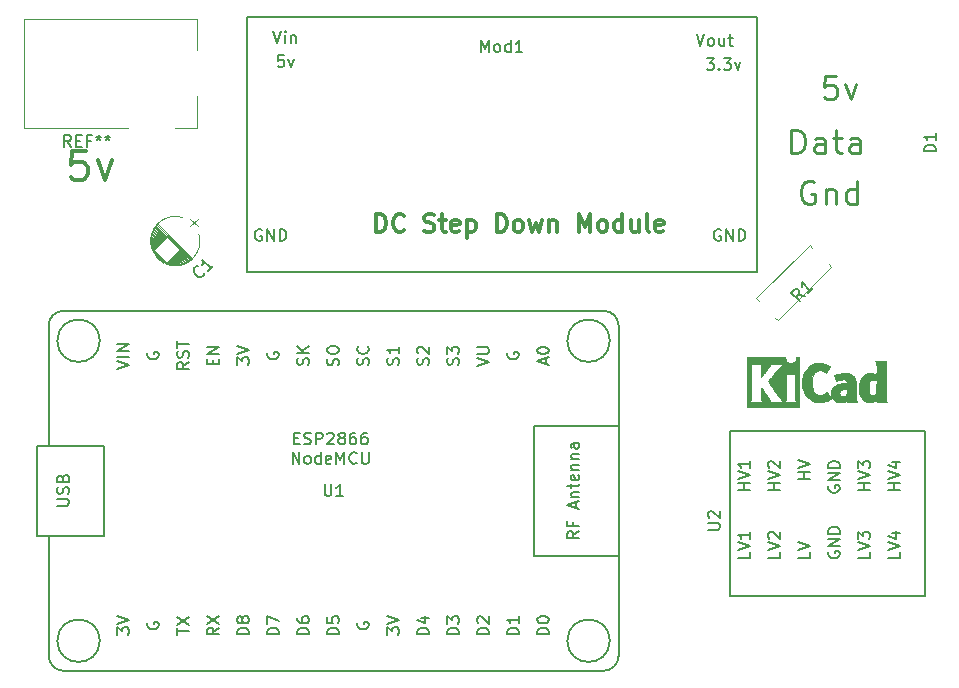
<source format=gbr>
G04 #@! TF.GenerationSoftware,KiCad,Pcbnew,(5.1.2-1)-1*
G04 #@! TF.CreationDate,2019-05-31T16:35:32-04:00*
G04 #@! TF.ProjectId,RubyLights,52756279-4c69-4676-9874-732e6b696361,.5*
G04 #@! TF.SameCoordinates,Original*
G04 #@! TF.FileFunction,Legend,Top*
G04 #@! TF.FilePolarity,Positive*
%FSLAX46Y46*%
G04 Gerber Fmt 4.6, Leading zero omitted, Abs format (unit mm)*
G04 Created by KiCad (PCBNEW (5.1.2-1)-1) date 2019-05-31 16:35:32*
%MOMM*%
%LPD*%
G04 APERTURE LIST*
%ADD10C,0.150000*%
%ADD11C,0.300000*%
%ADD12C,0.250000*%
%ADD13C,0.010000*%
%ADD14C,0.120000*%
G04 APERTURE END LIST*
D10*
X110998095Y-75700000D02*
X110902857Y-75652380D01*
X110760000Y-75652380D01*
X110617142Y-75700000D01*
X110521904Y-75795238D01*
X110474285Y-75890476D01*
X110426666Y-76080952D01*
X110426666Y-76223809D01*
X110474285Y-76414285D01*
X110521904Y-76509523D01*
X110617142Y-76604761D01*
X110760000Y-76652380D01*
X110855238Y-76652380D01*
X110998095Y-76604761D01*
X111045714Y-76557142D01*
X111045714Y-76223809D01*
X110855238Y-76223809D01*
X111474285Y-76652380D02*
X111474285Y-75652380D01*
X112045714Y-76652380D01*
X112045714Y-75652380D01*
X112521904Y-76652380D02*
X112521904Y-75652380D01*
X112760000Y-75652380D01*
X112902857Y-75700000D01*
X112998095Y-75795238D01*
X113045714Y-75890476D01*
X113093333Y-76080952D01*
X113093333Y-76223809D01*
X113045714Y-76414285D01*
X112998095Y-76509523D01*
X112902857Y-76604761D01*
X112760000Y-76652380D01*
X112521904Y-76652380D01*
D11*
X81837142Y-75862571D02*
X81837142Y-74362571D01*
X82194285Y-74362571D01*
X82408571Y-74434000D01*
X82551428Y-74576857D01*
X82622857Y-74719714D01*
X82694285Y-75005428D01*
X82694285Y-75219714D01*
X82622857Y-75505428D01*
X82551428Y-75648285D01*
X82408571Y-75791142D01*
X82194285Y-75862571D01*
X81837142Y-75862571D01*
X84194285Y-75719714D02*
X84122857Y-75791142D01*
X83908571Y-75862571D01*
X83765714Y-75862571D01*
X83551428Y-75791142D01*
X83408571Y-75648285D01*
X83337142Y-75505428D01*
X83265714Y-75219714D01*
X83265714Y-75005428D01*
X83337142Y-74719714D01*
X83408571Y-74576857D01*
X83551428Y-74434000D01*
X83765714Y-74362571D01*
X83908571Y-74362571D01*
X84122857Y-74434000D01*
X84194285Y-74505428D01*
X85908571Y-75791142D02*
X86122857Y-75862571D01*
X86480000Y-75862571D01*
X86622857Y-75791142D01*
X86694285Y-75719714D01*
X86765714Y-75576857D01*
X86765714Y-75434000D01*
X86694285Y-75291142D01*
X86622857Y-75219714D01*
X86480000Y-75148285D01*
X86194285Y-75076857D01*
X86051428Y-75005428D01*
X85980000Y-74934000D01*
X85908571Y-74791142D01*
X85908571Y-74648285D01*
X85980000Y-74505428D01*
X86051428Y-74434000D01*
X86194285Y-74362571D01*
X86551428Y-74362571D01*
X86765714Y-74434000D01*
X87194285Y-74862571D02*
X87765714Y-74862571D01*
X87408571Y-74362571D02*
X87408571Y-75648285D01*
X87480000Y-75791142D01*
X87622857Y-75862571D01*
X87765714Y-75862571D01*
X88837142Y-75791142D02*
X88694285Y-75862571D01*
X88408571Y-75862571D01*
X88265714Y-75791142D01*
X88194285Y-75648285D01*
X88194285Y-75076857D01*
X88265714Y-74934000D01*
X88408571Y-74862571D01*
X88694285Y-74862571D01*
X88837142Y-74934000D01*
X88908571Y-75076857D01*
X88908571Y-75219714D01*
X88194285Y-75362571D01*
X89551428Y-74862571D02*
X89551428Y-76362571D01*
X89551428Y-74934000D02*
X89694285Y-74862571D01*
X89980000Y-74862571D01*
X90122857Y-74934000D01*
X90194285Y-75005428D01*
X90265714Y-75148285D01*
X90265714Y-75576857D01*
X90194285Y-75719714D01*
X90122857Y-75791142D01*
X89980000Y-75862571D01*
X89694285Y-75862571D01*
X89551428Y-75791142D01*
X92051428Y-75862571D02*
X92051428Y-74362571D01*
X92408571Y-74362571D01*
X92622857Y-74434000D01*
X92765714Y-74576857D01*
X92837142Y-74719714D01*
X92908571Y-75005428D01*
X92908571Y-75219714D01*
X92837142Y-75505428D01*
X92765714Y-75648285D01*
X92622857Y-75791142D01*
X92408571Y-75862571D01*
X92051428Y-75862571D01*
X93765714Y-75862571D02*
X93622857Y-75791142D01*
X93551428Y-75719714D01*
X93480000Y-75576857D01*
X93480000Y-75148285D01*
X93551428Y-75005428D01*
X93622857Y-74934000D01*
X93765714Y-74862571D01*
X93980000Y-74862571D01*
X94122857Y-74934000D01*
X94194285Y-75005428D01*
X94265714Y-75148285D01*
X94265714Y-75576857D01*
X94194285Y-75719714D01*
X94122857Y-75791142D01*
X93980000Y-75862571D01*
X93765714Y-75862571D01*
X94765714Y-74862571D02*
X95051428Y-75862571D01*
X95337142Y-75148285D01*
X95622857Y-75862571D01*
X95908571Y-74862571D01*
X96480000Y-74862571D02*
X96480000Y-75862571D01*
X96480000Y-75005428D02*
X96551428Y-74934000D01*
X96694285Y-74862571D01*
X96908571Y-74862571D01*
X97051428Y-74934000D01*
X97122857Y-75076857D01*
X97122857Y-75862571D01*
X98980000Y-75862571D02*
X98980000Y-74362571D01*
X99480000Y-75434000D01*
X99980000Y-74362571D01*
X99980000Y-75862571D01*
X100908571Y-75862571D02*
X100765714Y-75791142D01*
X100694285Y-75719714D01*
X100622857Y-75576857D01*
X100622857Y-75148285D01*
X100694285Y-75005428D01*
X100765714Y-74934000D01*
X100908571Y-74862571D01*
X101122857Y-74862571D01*
X101265714Y-74934000D01*
X101337142Y-75005428D01*
X101408571Y-75148285D01*
X101408571Y-75576857D01*
X101337142Y-75719714D01*
X101265714Y-75791142D01*
X101122857Y-75862571D01*
X100908571Y-75862571D01*
X102694285Y-75862571D02*
X102694285Y-74362571D01*
X102694285Y-75791142D02*
X102551428Y-75862571D01*
X102265714Y-75862571D01*
X102122857Y-75791142D01*
X102051428Y-75719714D01*
X101980000Y-75576857D01*
X101980000Y-75148285D01*
X102051428Y-75005428D01*
X102122857Y-74934000D01*
X102265714Y-74862571D01*
X102551428Y-74862571D01*
X102694285Y-74934000D01*
X104051428Y-74862571D02*
X104051428Y-75862571D01*
X103408571Y-74862571D02*
X103408571Y-75648285D01*
X103480000Y-75791142D01*
X103622857Y-75862571D01*
X103837142Y-75862571D01*
X103980000Y-75791142D01*
X104051428Y-75719714D01*
X104980000Y-75862571D02*
X104837142Y-75791142D01*
X104765714Y-75648285D01*
X104765714Y-74362571D01*
X106122857Y-75791142D02*
X105980000Y-75862571D01*
X105694285Y-75862571D01*
X105551428Y-75791142D01*
X105480000Y-75648285D01*
X105480000Y-75076857D01*
X105551428Y-74934000D01*
X105694285Y-74862571D01*
X105980000Y-74862571D01*
X106122857Y-74934000D01*
X106194285Y-75076857D01*
X106194285Y-75219714D01*
X105480000Y-75362571D01*
D10*
X74882761Y-93337571D02*
X75216095Y-93337571D01*
X75358952Y-93861380D02*
X74882761Y-93861380D01*
X74882761Y-92861380D01*
X75358952Y-92861380D01*
X75739904Y-93813761D02*
X75882761Y-93861380D01*
X76120857Y-93861380D01*
X76216095Y-93813761D01*
X76263714Y-93766142D01*
X76311333Y-93670904D01*
X76311333Y-93575666D01*
X76263714Y-93480428D01*
X76216095Y-93432809D01*
X76120857Y-93385190D01*
X75930380Y-93337571D01*
X75835142Y-93289952D01*
X75787523Y-93242333D01*
X75739904Y-93147095D01*
X75739904Y-93051857D01*
X75787523Y-92956619D01*
X75835142Y-92909000D01*
X75930380Y-92861380D01*
X76168476Y-92861380D01*
X76311333Y-92909000D01*
X76739904Y-93861380D02*
X76739904Y-92861380D01*
X77120857Y-92861380D01*
X77216095Y-92909000D01*
X77263714Y-92956619D01*
X77311333Y-93051857D01*
X77311333Y-93194714D01*
X77263714Y-93289952D01*
X77216095Y-93337571D01*
X77120857Y-93385190D01*
X76739904Y-93385190D01*
X77692285Y-92956619D02*
X77739904Y-92909000D01*
X77835142Y-92861380D01*
X78073238Y-92861380D01*
X78168476Y-92909000D01*
X78216095Y-92956619D01*
X78263714Y-93051857D01*
X78263714Y-93147095D01*
X78216095Y-93289952D01*
X77644666Y-93861380D01*
X78263714Y-93861380D01*
X78835142Y-93289952D02*
X78739904Y-93242333D01*
X78692285Y-93194714D01*
X78644666Y-93099476D01*
X78644666Y-93051857D01*
X78692285Y-92956619D01*
X78739904Y-92909000D01*
X78835142Y-92861380D01*
X79025619Y-92861380D01*
X79120857Y-92909000D01*
X79168476Y-92956619D01*
X79216095Y-93051857D01*
X79216095Y-93099476D01*
X79168476Y-93194714D01*
X79120857Y-93242333D01*
X79025619Y-93289952D01*
X78835142Y-93289952D01*
X78739904Y-93337571D01*
X78692285Y-93385190D01*
X78644666Y-93480428D01*
X78644666Y-93670904D01*
X78692285Y-93766142D01*
X78739904Y-93813761D01*
X78835142Y-93861380D01*
X79025619Y-93861380D01*
X79120857Y-93813761D01*
X79168476Y-93766142D01*
X79216095Y-93670904D01*
X79216095Y-93480428D01*
X79168476Y-93385190D01*
X79120857Y-93337571D01*
X79025619Y-93289952D01*
X80073238Y-92861380D02*
X79882761Y-92861380D01*
X79787523Y-92909000D01*
X79739904Y-92956619D01*
X79644666Y-93099476D01*
X79597047Y-93289952D01*
X79597047Y-93670904D01*
X79644666Y-93766142D01*
X79692285Y-93813761D01*
X79787523Y-93861380D01*
X79978000Y-93861380D01*
X80073238Y-93813761D01*
X80120857Y-93766142D01*
X80168476Y-93670904D01*
X80168476Y-93432809D01*
X80120857Y-93337571D01*
X80073238Y-93289952D01*
X79978000Y-93242333D01*
X79787523Y-93242333D01*
X79692285Y-93289952D01*
X79644666Y-93337571D01*
X79597047Y-93432809D01*
X81025619Y-92861380D02*
X80835142Y-92861380D01*
X80739904Y-92909000D01*
X80692285Y-92956619D01*
X80597047Y-93099476D01*
X80549428Y-93289952D01*
X80549428Y-93670904D01*
X80597047Y-93766142D01*
X80644666Y-93813761D01*
X80739904Y-93861380D01*
X80930380Y-93861380D01*
X81025619Y-93813761D01*
X81073238Y-93766142D01*
X81120857Y-93670904D01*
X81120857Y-93432809D01*
X81073238Y-93337571D01*
X81025619Y-93289952D01*
X80930380Y-93242333D01*
X80739904Y-93242333D01*
X80644666Y-93289952D01*
X80597047Y-93337571D01*
X80549428Y-93432809D01*
X74763714Y-95511380D02*
X74763714Y-94511380D01*
X75335142Y-95511380D01*
X75335142Y-94511380D01*
X75954190Y-95511380D02*
X75858952Y-95463761D01*
X75811333Y-95416142D01*
X75763714Y-95320904D01*
X75763714Y-95035190D01*
X75811333Y-94939952D01*
X75858952Y-94892333D01*
X75954190Y-94844714D01*
X76097047Y-94844714D01*
X76192285Y-94892333D01*
X76239904Y-94939952D01*
X76287523Y-95035190D01*
X76287523Y-95320904D01*
X76239904Y-95416142D01*
X76192285Y-95463761D01*
X76097047Y-95511380D01*
X75954190Y-95511380D01*
X77144666Y-95511380D02*
X77144666Y-94511380D01*
X77144666Y-95463761D02*
X77049428Y-95511380D01*
X76858952Y-95511380D01*
X76763714Y-95463761D01*
X76716095Y-95416142D01*
X76668476Y-95320904D01*
X76668476Y-95035190D01*
X76716095Y-94939952D01*
X76763714Y-94892333D01*
X76858952Y-94844714D01*
X77049428Y-94844714D01*
X77144666Y-94892333D01*
X78001809Y-95463761D02*
X77906571Y-95511380D01*
X77716095Y-95511380D01*
X77620857Y-95463761D01*
X77573238Y-95368523D01*
X77573238Y-94987571D01*
X77620857Y-94892333D01*
X77716095Y-94844714D01*
X77906571Y-94844714D01*
X78001809Y-94892333D01*
X78049428Y-94987571D01*
X78049428Y-95082809D01*
X77573238Y-95178047D01*
X78478000Y-95511380D02*
X78478000Y-94511380D01*
X78811333Y-95225666D01*
X79144666Y-94511380D01*
X79144666Y-95511380D01*
X80192285Y-95416142D02*
X80144666Y-95463761D01*
X80001809Y-95511380D01*
X79906571Y-95511380D01*
X79763714Y-95463761D01*
X79668476Y-95368523D01*
X79620857Y-95273285D01*
X79573238Y-95082809D01*
X79573238Y-94939952D01*
X79620857Y-94749476D01*
X79668476Y-94654238D01*
X79763714Y-94559000D01*
X79906571Y-94511380D01*
X80001809Y-94511380D01*
X80144666Y-94559000D01*
X80192285Y-94606619D01*
X80620857Y-94511380D02*
X80620857Y-95320904D01*
X80668476Y-95416142D01*
X80716095Y-95463761D01*
X80811333Y-95511380D01*
X81001809Y-95511380D01*
X81097047Y-95463761D01*
X81144666Y-95416142D01*
X81192285Y-95320904D01*
X81192285Y-94511380D01*
D11*
X57300857Y-68988952D02*
X56110380Y-68988952D01*
X55991333Y-70179428D01*
X56110380Y-70060380D01*
X56348476Y-69941333D01*
X56943714Y-69941333D01*
X57181809Y-70060380D01*
X57300857Y-70179428D01*
X57419904Y-70417523D01*
X57419904Y-71012761D01*
X57300857Y-71250857D01*
X57181809Y-71369904D01*
X56943714Y-71488952D01*
X56348476Y-71488952D01*
X56110380Y-71369904D01*
X55991333Y-71250857D01*
X58253238Y-69822285D02*
X58848476Y-71488952D01*
X59443714Y-69822285D01*
D12*
X118932261Y-71644000D02*
X118741785Y-71548761D01*
X118456071Y-71548761D01*
X118170357Y-71644000D01*
X117979880Y-71834476D01*
X117884642Y-72024952D01*
X117789404Y-72405904D01*
X117789404Y-72691619D01*
X117884642Y-73072571D01*
X117979880Y-73263047D01*
X118170357Y-73453523D01*
X118456071Y-73548761D01*
X118646547Y-73548761D01*
X118932261Y-73453523D01*
X119027500Y-73358285D01*
X119027500Y-72691619D01*
X118646547Y-72691619D01*
X119884642Y-72215428D02*
X119884642Y-73548761D01*
X119884642Y-72405904D02*
X119979880Y-72310666D01*
X120170357Y-72215428D01*
X120456071Y-72215428D01*
X120646547Y-72310666D01*
X120741785Y-72501142D01*
X120741785Y-73548761D01*
X122551309Y-73548761D02*
X122551309Y-71548761D01*
X122551309Y-73453523D02*
X122360833Y-73548761D01*
X121979880Y-73548761D01*
X121789404Y-73453523D01*
X121694166Y-73358285D01*
X121598928Y-73167809D01*
X121598928Y-72596380D01*
X121694166Y-72405904D01*
X121789404Y-72310666D01*
X121979880Y-72215428D01*
X122360833Y-72215428D01*
X122551309Y-72310666D01*
X116995785Y-69230761D02*
X116995785Y-67230761D01*
X117471976Y-67230761D01*
X117757690Y-67326000D01*
X117948166Y-67516476D01*
X118043404Y-67706952D01*
X118138642Y-68087904D01*
X118138642Y-68373619D01*
X118043404Y-68754571D01*
X117948166Y-68945047D01*
X117757690Y-69135523D01*
X117471976Y-69230761D01*
X116995785Y-69230761D01*
X119852928Y-69230761D02*
X119852928Y-68183142D01*
X119757690Y-67992666D01*
X119567214Y-67897428D01*
X119186261Y-67897428D01*
X118995785Y-67992666D01*
X119852928Y-69135523D02*
X119662452Y-69230761D01*
X119186261Y-69230761D01*
X118995785Y-69135523D01*
X118900547Y-68945047D01*
X118900547Y-68754571D01*
X118995785Y-68564095D01*
X119186261Y-68468857D01*
X119662452Y-68468857D01*
X119852928Y-68373619D01*
X120519595Y-67897428D02*
X121281500Y-67897428D01*
X120805309Y-67230761D02*
X120805309Y-68945047D01*
X120900547Y-69135523D01*
X121091023Y-69230761D01*
X121281500Y-69230761D01*
X122805309Y-69230761D02*
X122805309Y-68183142D01*
X122710071Y-67992666D01*
X122519595Y-67897428D01*
X122138642Y-67897428D01*
X121948166Y-67992666D01*
X122805309Y-69135523D02*
X122614833Y-69230761D01*
X122138642Y-69230761D01*
X121948166Y-69135523D01*
X121852928Y-68945047D01*
X121852928Y-68754571D01*
X121948166Y-68564095D01*
X122138642Y-68468857D01*
X122614833Y-68468857D01*
X122805309Y-68373619D01*
X120773500Y-62658761D02*
X119821119Y-62658761D01*
X119725880Y-63611142D01*
X119821119Y-63515904D01*
X120011595Y-63420666D01*
X120487785Y-63420666D01*
X120678261Y-63515904D01*
X120773500Y-63611142D01*
X120868738Y-63801619D01*
X120868738Y-64277809D01*
X120773500Y-64468285D01*
X120678261Y-64563523D01*
X120487785Y-64658761D01*
X120011595Y-64658761D01*
X119821119Y-64563523D01*
X119725880Y-64468285D01*
X121535404Y-63325428D02*
X122011595Y-64658761D01*
X122487785Y-63325428D01*
D10*
X109823428Y-61174380D02*
X110442476Y-61174380D01*
X110109142Y-61555333D01*
X110252000Y-61555333D01*
X110347238Y-61602952D01*
X110394857Y-61650571D01*
X110442476Y-61745809D01*
X110442476Y-61983904D01*
X110394857Y-62079142D01*
X110347238Y-62126761D01*
X110252000Y-62174380D01*
X109966285Y-62174380D01*
X109871047Y-62126761D01*
X109823428Y-62079142D01*
X110871047Y-62079142D02*
X110918666Y-62126761D01*
X110871047Y-62174380D01*
X110823428Y-62126761D01*
X110871047Y-62079142D01*
X110871047Y-62174380D01*
X111252000Y-61174380D02*
X111871047Y-61174380D01*
X111537714Y-61555333D01*
X111680571Y-61555333D01*
X111775809Y-61602952D01*
X111823428Y-61650571D01*
X111871047Y-61745809D01*
X111871047Y-61983904D01*
X111823428Y-62079142D01*
X111775809Y-62126761D01*
X111680571Y-62174380D01*
X111394857Y-62174380D01*
X111299619Y-62126761D01*
X111252000Y-62079142D01*
X112204380Y-61507714D02*
X112442476Y-62174380D01*
X112680571Y-61507714D01*
X74025142Y-60920380D02*
X73548952Y-60920380D01*
X73501333Y-61396571D01*
X73548952Y-61348952D01*
X73644190Y-61301333D01*
X73882285Y-61301333D01*
X73977523Y-61348952D01*
X74025142Y-61396571D01*
X74072761Y-61491809D01*
X74072761Y-61729904D01*
X74025142Y-61825142D01*
X73977523Y-61872761D01*
X73882285Y-61920380D01*
X73644190Y-61920380D01*
X73548952Y-61872761D01*
X73501333Y-61825142D01*
X74406095Y-61253714D02*
X74644190Y-61920380D01*
X74882285Y-61253714D01*
D13*
G36*
X117577363Y-86434699D02*
G01*
X117599155Y-86441976D01*
X117617586Y-86458420D01*
X117632935Y-86487197D01*
X117645481Y-86531474D01*
X117655505Y-86594418D01*
X117663283Y-86679194D01*
X117669096Y-86788971D01*
X117673223Y-86926914D01*
X117675943Y-87096191D01*
X117677535Y-87299968D01*
X117678277Y-87541411D01*
X117678450Y-87823687D01*
X117678332Y-88149964D01*
X117678203Y-88523407D01*
X117678200Y-88582500D01*
X117678122Y-88957884D01*
X117677849Y-89285711D01*
X117677318Y-89569221D01*
X117676469Y-89811658D01*
X117675240Y-90016261D01*
X117673569Y-90186274D01*
X117671395Y-90324939D01*
X117668657Y-90435496D01*
X117665292Y-90521188D01*
X117661241Y-90585257D01*
X117656441Y-90630944D01*
X117650831Y-90661492D01*
X117644349Y-90680141D01*
X117638285Y-90688885D01*
X117627209Y-90695992D01*
X117607001Y-90702213D01*
X117574490Y-90707606D01*
X117526503Y-90712229D01*
X117459867Y-90716140D01*
X117371410Y-90719396D01*
X117257960Y-90722056D01*
X117116344Y-90724175D01*
X116943390Y-90725813D01*
X116735924Y-90727028D01*
X116490776Y-90727876D01*
X116204771Y-90728415D01*
X115874739Y-90728703D01*
X115497505Y-90728798D01*
X115442999Y-90728800D01*
X115059176Y-90728726D01*
X114722980Y-90728467D01*
X114431239Y-90727965D01*
X114180781Y-90727162D01*
X113968432Y-90726000D01*
X113791021Y-90724422D01*
X113645375Y-90722371D01*
X113528322Y-90719787D01*
X113436688Y-90716615D01*
X113367303Y-90712795D01*
X113316992Y-90708271D01*
X113282584Y-90702985D01*
X113260907Y-90696879D01*
X113248787Y-90689895D01*
X113247714Y-90688885D01*
X113240465Y-90677627D01*
X113234138Y-90657152D01*
X113228672Y-90624219D01*
X113224006Y-90575586D01*
X113220078Y-90508011D01*
X113216826Y-90418252D01*
X113214190Y-90303068D01*
X113212107Y-90159217D01*
X113210517Y-89983456D01*
X113209358Y-89772544D01*
X113208568Y-89523239D01*
X113208086Y-89232300D01*
X113207851Y-88896484D01*
X113207800Y-88582500D01*
X113207877Y-88207115D01*
X113208150Y-87879288D01*
X113208681Y-87595778D01*
X113209530Y-87353341D01*
X113210759Y-87148738D01*
X113211948Y-87027729D01*
X113487199Y-87027729D01*
X113497637Y-87052638D01*
X113523944Y-87106844D01*
X113537999Y-87134699D01*
X113548932Y-87157774D01*
X113558174Y-87183420D01*
X113565867Y-87215859D01*
X113572152Y-87259308D01*
X113577172Y-87317988D01*
X113581068Y-87396117D01*
X113583983Y-87497917D01*
X113586057Y-87627605D01*
X113587434Y-87789401D01*
X113588254Y-87987525D01*
X113588659Y-88226197D01*
X113588791Y-88509635D01*
X113588799Y-88646290D01*
X113588439Y-88909726D01*
X113587402Y-89158037D01*
X113585756Y-89386556D01*
X113583568Y-89590618D01*
X113580903Y-89765558D01*
X113577830Y-89906711D01*
X113574415Y-90009410D01*
X113570724Y-90068991D01*
X113568224Y-90082370D01*
X113543800Y-90122136D01*
X113517968Y-90176350D01*
X113488289Y-90246200D01*
X114014794Y-90245811D01*
X114169967Y-90244849D01*
X114304350Y-90242381D01*
X114410999Y-90238674D01*
X114482970Y-90233992D01*
X114513319Y-90228600D01*
X114513094Y-90226761D01*
X114483145Y-90192826D01*
X114447332Y-90134626D01*
X114443244Y-90126811D01*
X114428318Y-90089521D01*
X114417307Y-90039267D01*
X114409669Y-89968556D01*
X114404866Y-89869898D01*
X114402356Y-89735800D01*
X114401601Y-89558772D01*
X114401600Y-89548961D01*
X114402833Y-89371347D01*
X114406396Y-89228876D01*
X114412078Y-89125727D01*
X114419672Y-89066078D01*
X114426414Y-89052400D01*
X114455914Y-89071770D01*
X114493641Y-89118744D01*
X114495915Y-89122250D01*
X114536493Y-89179268D01*
X114570699Y-89217500D01*
X114601147Y-89254632D01*
X114641083Y-89316966D01*
X114654671Y-89340833D01*
X114696820Y-89407930D01*
X114759527Y-89496720D01*
X114830592Y-89590064D01*
X114844542Y-89607533D01*
X114952661Y-89750344D01*
X115043138Y-89886967D01*
X115111389Y-90009349D01*
X115152831Y-90109440D01*
X115163600Y-90167923D01*
X115163600Y-90246200D01*
X116290055Y-90246200D01*
X116277929Y-90232488D01*
X116433600Y-90232488D01*
X116457699Y-90236757D01*
X116524796Y-90240485D01*
X116627089Y-90243448D01*
X116756778Y-90245426D01*
X116906061Y-90246196D01*
X116916200Y-90246200D01*
X117092967Y-90245408D01*
X117224101Y-90242806D01*
X117314747Y-90238056D01*
X117370050Y-90230818D01*
X117395156Y-90220752D01*
X117397992Y-90214450D01*
X117383038Y-90170554D01*
X117359892Y-90133395D01*
X117350698Y-90114692D01*
X117343102Y-90082195D01*
X117336959Y-90031498D01*
X117332127Y-89958196D01*
X117328464Y-89857883D01*
X117325826Y-89726154D01*
X117324070Y-89558604D01*
X117323053Y-89350827D01*
X117322633Y-89098418D01*
X117322600Y-88984045D01*
X117322600Y-87884000D01*
X116457695Y-87884000D01*
X116496447Y-87958938D01*
X116506478Y-87984815D01*
X116514667Y-88023092D01*
X116521192Y-88078607D01*
X116526226Y-88156197D01*
X116529947Y-88260700D01*
X116532529Y-88396954D01*
X116534148Y-88569797D01*
X116534979Y-88784067D01*
X116535200Y-89026750D01*
X116535086Y-89278440D01*
X116534585Y-89484511D01*
X116533455Y-89650147D01*
X116531455Y-89780527D01*
X116528345Y-89880835D01*
X116523883Y-89956251D01*
X116517829Y-90011957D01*
X116509941Y-90053135D01*
X116499979Y-90084967D01*
X116487701Y-90112635D01*
X116484400Y-90119200D01*
X116453490Y-90182636D01*
X116435480Y-90225110D01*
X116433600Y-90232488D01*
X116277929Y-90232488D01*
X116228477Y-90176570D01*
X116184555Y-90127266D01*
X116156373Y-90096290D01*
X116154200Y-90094020D01*
X116096445Y-90030905D01*
X116024963Y-89946689D01*
X115949897Y-89854065D01*
X115881391Y-89765725D01*
X115829588Y-89694361D01*
X115809376Y-89662547D01*
X115769155Y-89598584D01*
X115705662Y-89507299D01*
X115627804Y-89400680D01*
X115544487Y-89290715D01*
X115464617Y-89189390D01*
X115402273Y-89114607D01*
X115341829Y-89037548D01*
X115285159Y-88953943D01*
X115280978Y-88947050D01*
X115153637Y-88748936D01*
X115057994Y-88618356D01*
X114988036Y-88527212D01*
X115069468Y-88439760D01*
X115139660Y-88360661D01*
X115229715Y-88253892D01*
X115329057Y-88132451D01*
X115427107Y-88009339D01*
X115513289Y-87897555D01*
X115542151Y-87858815D01*
X115846941Y-87478892D01*
X116086279Y-87221787D01*
X116285059Y-87020400D01*
X115739747Y-87020400D01*
X115554550Y-87020523D01*
X115413998Y-87021861D01*
X115311937Y-87025867D01*
X115242212Y-87033993D01*
X115198669Y-87047691D01*
X115175153Y-87068416D01*
X115165511Y-87097618D01*
X115163586Y-87136751D01*
X115163600Y-87156390D01*
X115148012Y-87209842D01*
X115108941Y-87277121D01*
X115091299Y-87300362D01*
X115032652Y-87377668D01*
X114969890Y-87468586D01*
X114947802Y-87503000D01*
X114904552Y-87569764D01*
X114870912Y-87616931D01*
X114859239Y-87630000D01*
X114829445Y-87659339D01*
X114780245Y-87715018D01*
X114720522Y-87786108D01*
X114659162Y-87861681D01*
X114605047Y-87930808D01*
X114567063Y-87982561D01*
X114554000Y-88005483D01*
X114537182Y-88034974D01*
X114495146Y-88082717D01*
X114477799Y-88099900D01*
X114401599Y-88172904D01*
X114401600Y-87753088D01*
X114403193Y-87570302D01*
X114408895Y-87427476D01*
X114420093Y-87313840D01*
X114438172Y-87218629D01*
X114464518Y-87131075D01*
X114490164Y-87064850D01*
X114493394Y-87049771D01*
X114484649Y-87038538D01*
X114457705Y-87030591D01*
X114406338Y-87025367D01*
X114324324Y-87022303D01*
X114205439Y-87020838D01*
X114043460Y-87020410D01*
X113997917Y-87020400D01*
X113843083Y-87020746D01*
X113707122Y-87021712D01*
X113597617Y-87023190D01*
X113522151Y-87025071D01*
X113488308Y-87027245D01*
X113487199Y-87027729D01*
X113211948Y-87027729D01*
X113212430Y-86978725D01*
X113214604Y-86840060D01*
X113217342Y-86729503D01*
X113220707Y-86643811D01*
X113224758Y-86579742D01*
X113229558Y-86534055D01*
X113235168Y-86503507D01*
X113241650Y-86484858D01*
X113247714Y-86476114D01*
X113260178Y-86467934D01*
X113282437Y-86460938D01*
X113318191Y-86455034D01*
X113371141Y-86450133D01*
X113444988Y-86446144D01*
X113543431Y-86442978D01*
X113670173Y-86440544D01*
X113828913Y-86438752D01*
X114023353Y-86437511D01*
X114257193Y-86436733D01*
X114534135Y-86436326D01*
X114857878Y-86436200D01*
X116484400Y-86436200D01*
X116484400Y-86532418D01*
X116504479Y-86648335D01*
X116557525Y-86767000D01*
X116632754Y-86867991D01*
X116685006Y-86912244D01*
X116798546Y-86959370D01*
X116929500Y-86969636D01*
X117063628Y-86945918D01*
X117186690Y-86891089D01*
X117284448Y-86808023D01*
X117299800Y-86788147D01*
X117346806Y-86687428D01*
X117368439Y-86571877D01*
X117379690Y-86436199D01*
X117489030Y-86436200D01*
X117522580Y-86434977D01*
X117551931Y-86433421D01*
X117577363Y-86434699D01*
X117577363Y-86434699D01*
G37*
X117577363Y-86434699D02*
X117599155Y-86441976D01*
X117617586Y-86458420D01*
X117632935Y-86487197D01*
X117645481Y-86531474D01*
X117655505Y-86594418D01*
X117663283Y-86679194D01*
X117669096Y-86788971D01*
X117673223Y-86926914D01*
X117675943Y-87096191D01*
X117677535Y-87299968D01*
X117678277Y-87541411D01*
X117678450Y-87823687D01*
X117678332Y-88149964D01*
X117678203Y-88523407D01*
X117678200Y-88582500D01*
X117678122Y-88957884D01*
X117677849Y-89285711D01*
X117677318Y-89569221D01*
X117676469Y-89811658D01*
X117675240Y-90016261D01*
X117673569Y-90186274D01*
X117671395Y-90324939D01*
X117668657Y-90435496D01*
X117665292Y-90521188D01*
X117661241Y-90585257D01*
X117656441Y-90630944D01*
X117650831Y-90661492D01*
X117644349Y-90680141D01*
X117638285Y-90688885D01*
X117627209Y-90695992D01*
X117607001Y-90702213D01*
X117574490Y-90707606D01*
X117526503Y-90712229D01*
X117459867Y-90716140D01*
X117371410Y-90719396D01*
X117257960Y-90722056D01*
X117116344Y-90724175D01*
X116943390Y-90725813D01*
X116735924Y-90727028D01*
X116490776Y-90727876D01*
X116204771Y-90728415D01*
X115874739Y-90728703D01*
X115497505Y-90728798D01*
X115442999Y-90728800D01*
X115059176Y-90728726D01*
X114722980Y-90728467D01*
X114431239Y-90727965D01*
X114180781Y-90727162D01*
X113968432Y-90726000D01*
X113791021Y-90724422D01*
X113645375Y-90722371D01*
X113528322Y-90719787D01*
X113436688Y-90716615D01*
X113367303Y-90712795D01*
X113316992Y-90708271D01*
X113282584Y-90702985D01*
X113260907Y-90696879D01*
X113248787Y-90689895D01*
X113247714Y-90688885D01*
X113240465Y-90677627D01*
X113234138Y-90657152D01*
X113228672Y-90624219D01*
X113224006Y-90575586D01*
X113220078Y-90508011D01*
X113216826Y-90418252D01*
X113214190Y-90303068D01*
X113212107Y-90159217D01*
X113210517Y-89983456D01*
X113209358Y-89772544D01*
X113208568Y-89523239D01*
X113208086Y-89232300D01*
X113207851Y-88896484D01*
X113207800Y-88582500D01*
X113207877Y-88207115D01*
X113208150Y-87879288D01*
X113208681Y-87595778D01*
X113209530Y-87353341D01*
X113210759Y-87148738D01*
X113211948Y-87027729D01*
X113487199Y-87027729D01*
X113497637Y-87052638D01*
X113523944Y-87106844D01*
X113537999Y-87134699D01*
X113548932Y-87157774D01*
X113558174Y-87183420D01*
X113565867Y-87215859D01*
X113572152Y-87259308D01*
X113577172Y-87317988D01*
X113581068Y-87396117D01*
X113583983Y-87497917D01*
X113586057Y-87627605D01*
X113587434Y-87789401D01*
X113588254Y-87987525D01*
X113588659Y-88226197D01*
X113588791Y-88509635D01*
X113588799Y-88646290D01*
X113588439Y-88909726D01*
X113587402Y-89158037D01*
X113585756Y-89386556D01*
X113583568Y-89590618D01*
X113580903Y-89765558D01*
X113577830Y-89906711D01*
X113574415Y-90009410D01*
X113570724Y-90068991D01*
X113568224Y-90082370D01*
X113543800Y-90122136D01*
X113517968Y-90176350D01*
X113488289Y-90246200D01*
X114014794Y-90245811D01*
X114169967Y-90244849D01*
X114304350Y-90242381D01*
X114410999Y-90238674D01*
X114482970Y-90233992D01*
X114513319Y-90228600D01*
X114513094Y-90226761D01*
X114483145Y-90192826D01*
X114447332Y-90134626D01*
X114443244Y-90126811D01*
X114428318Y-90089521D01*
X114417307Y-90039267D01*
X114409669Y-89968556D01*
X114404866Y-89869898D01*
X114402356Y-89735800D01*
X114401601Y-89558772D01*
X114401600Y-89548961D01*
X114402833Y-89371347D01*
X114406396Y-89228876D01*
X114412078Y-89125727D01*
X114419672Y-89066078D01*
X114426414Y-89052400D01*
X114455914Y-89071770D01*
X114493641Y-89118744D01*
X114495915Y-89122250D01*
X114536493Y-89179268D01*
X114570699Y-89217500D01*
X114601147Y-89254632D01*
X114641083Y-89316966D01*
X114654671Y-89340833D01*
X114696820Y-89407930D01*
X114759527Y-89496720D01*
X114830592Y-89590064D01*
X114844542Y-89607533D01*
X114952661Y-89750344D01*
X115043138Y-89886967D01*
X115111389Y-90009349D01*
X115152831Y-90109440D01*
X115163600Y-90167923D01*
X115163600Y-90246200D01*
X116290055Y-90246200D01*
X116277929Y-90232488D01*
X116433600Y-90232488D01*
X116457699Y-90236757D01*
X116524796Y-90240485D01*
X116627089Y-90243448D01*
X116756778Y-90245426D01*
X116906061Y-90246196D01*
X116916200Y-90246200D01*
X117092967Y-90245408D01*
X117224101Y-90242806D01*
X117314747Y-90238056D01*
X117370050Y-90230818D01*
X117395156Y-90220752D01*
X117397992Y-90214450D01*
X117383038Y-90170554D01*
X117359892Y-90133395D01*
X117350698Y-90114692D01*
X117343102Y-90082195D01*
X117336959Y-90031498D01*
X117332127Y-89958196D01*
X117328464Y-89857883D01*
X117325826Y-89726154D01*
X117324070Y-89558604D01*
X117323053Y-89350827D01*
X117322633Y-89098418D01*
X117322600Y-88984045D01*
X117322600Y-87884000D01*
X116457695Y-87884000D01*
X116496447Y-87958938D01*
X116506478Y-87984815D01*
X116514667Y-88023092D01*
X116521192Y-88078607D01*
X116526226Y-88156197D01*
X116529947Y-88260700D01*
X116532529Y-88396954D01*
X116534148Y-88569797D01*
X116534979Y-88784067D01*
X116535200Y-89026750D01*
X116535086Y-89278440D01*
X116534585Y-89484511D01*
X116533455Y-89650147D01*
X116531455Y-89780527D01*
X116528345Y-89880835D01*
X116523883Y-89956251D01*
X116517829Y-90011957D01*
X116509941Y-90053135D01*
X116499979Y-90084967D01*
X116487701Y-90112635D01*
X116484400Y-90119200D01*
X116453490Y-90182636D01*
X116435480Y-90225110D01*
X116433600Y-90232488D01*
X116277929Y-90232488D01*
X116228477Y-90176570D01*
X116184555Y-90127266D01*
X116156373Y-90096290D01*
X116154200Y-90094020D01*
X116096445Y-90030905D01*
X116024963Y-89946689D01*
X115949897Y-89854065D01*
X115881391Y-89765725D01*
X115829588Y-89694361D01*
X115809376Y-89662547D01*
X115769155Y-89598584D01*
X115705662Y-89507299D01*
X115627804Y-89400680D01*
X115544487Y-89290715D01*
X115464617Y-89189390D01*
X115402273Y-89114607D01*
X115341829Y-89037548D01*
X115285159Y-88953943D01*
X115280978Y-88947050D01*
X115153637Y-88748936D01*
X115057994Y-88618356D01*
X114988036Y-88527212D01*
X115069468Y-88439760D01*
X115139660Y-88360661D01*
X115229715Y-88253892D01*
X115329057Y-88132451D01*
X115427107Y-88009339D01*
X115513289Y-87897555D01*
X115542151Y-87858815D01*
X115846941Y-87478892D01*
X116086279Y-87221787D01*
X116285059Y-87020400D01*
X115739747Y-87020400D01*
X115554550Y-87020523D01*
X115413998Y-87021861D01*
X115311937Y-87025867D01*
X115242212Y-87033993D01*
X115198669Y-87047691D01*
X115175153Y-87068416D01*
X115165511Y-87097618D01*
X115163586Y-87136751D01*
X115163600Y-87156390D01*
X115148012Y-87209842D01*
X115108941Y-87277121D01*
X115091299Y-87300362D01*
X115032652Y-87377668D01*
X114969890Y-87468586D01*
X114947802Y-87503000D01*
X114904552Y-87569764D01*
X114870912Y-87616931D01*
X114859239Y-87630000D01*
X114829445Y-87659339D01*
X114780245Y-87715018D01*
X114720522Y-87786108D01*
X114659162Y-87861681D01*
X114605047Y-87930808D01*
X114567063Y-87982561D01*
X114554000Y-88005483D01*
X114537182Y-88034974D01*
X114495146Y-88082717D01*
X114477799Y-88099900D01*
X114401599Y-88172904D01*
X114401600Y-87753088D01*
X114403193Y-87570302D01*
X114408895Y-87427476D01*
X114420093Y-87313840D01*
X114438172Y-87218629D01*
X114464518Y-87131075D01*
X114490164Y-87064850D01*
X114493394Y-87049771D01*
X114484649Y-87038538D01*
X114457705Y-87030591D01*
X114406338Y-87025367D01*
X114324324Y-87022303D01*
X114205439Y-87020838D01*
X114043460Y-87020410D01*
X113997917Y-87020400D01*
X113843083Y-87020746D01*
X113707122Y-87021712D01*
X113597617Y-87023190D01*
X113522151Y-87025071D01*
X113488308Y-87027245D01*
X113487199Y-87027729D01*
X113211948Y-87027729D01*
X113212430Y-86978725D01*
X113214604Y-86840060D01*
X113217342Y-86729503D01*
X113220707Y-86643811D01*
X113224758Y-86579742D01*
X113229558Y-86534055D01*
X113235168Y-86503507D01*
X113241650Y-86484858D01*
X113247714Y-86476114D01*
X113260178Y-86467934D01*
X113282437Y-86460938D01*
X113318191Y-86455034D01*
X113371141Y-86450133D01*
X113444988Y-86446144D01*
X113543431Y-86442978D01*
X113670173Y-86440544D01*
X113828913Y-86438752D01*
X114023353Y-86437511D01*
X114257193Y-86436733D01*
X114534135Y-86436326D01*
X114857878Y-86436200D01*
X116484400Y-86436200D01*
X116484400Y-86532418D01*
X116504479Y-86648335D01*
X116557525Y-86767000D01*
X116632754Y-86867991D01*
X116685006Y-86912244D01*
X116798546Y-86959370D01*
X116929500Y-86969636D01*
X117063628Y-86945918D01*
X117186690Y-86891089D01*
X117284448Y-86808023D01*
X117299800Y-86788147D01*
X117346806Y-86687428D01*
X117368439Y-86571877D01*
X117379690Y-86436199D01*
X117489030Y-86436200D01*
X117522580Y-86434977D01*
X117551931Y-86433421D01*
X117577363Y-86434699D01*
G36*
X119670676Y-86998341D02*
G01*
X119711911Y-87008143D01*
X119782879Y-87030829D01*
X119878173Y-87066963D01*
X119985521Y-87111187D01*
X120092653Y-87158147D01*
X120187298Y-87202487D01*
X120257185Y-87238851D01*
X120288064Y-87259598D01*
X120278374Y-87282582D01*
X120246036Y-87337508D01*
X120197464Y-87414651D01*
X120139074Y-87504288D01*
X120077281Y-87596695D01*
X120018502Y-87682151D01*
X119969152Y-87750930D01*
X119936677Y-87792159D01*
X119908236Y-87789624D01*
X119856081Y-87759335D01*
X119812407Y-87725312D01*
X119667298Y-87633226D01*
X119502487Y-87587559D01*
X119344098Y-87586284D01*
X119173398Y-87626902D01*
X119029259Y-87710127D01*
X118912245Y-87834925D01*
X118822919Y-88000260D01*
X118761843Y-88205097D01*
X118729581Y-88448401D01*
X118726426Y-88722200D01*
X118747867Y-88969826D01*
X118792984Y-89175741D01*
X118863630Y-89344105D01*
X118961657Y-89479080D01*
X119088917Y-89584826D01*
X119118579Y-89603151D01*
X119195773Y-89643415D01*
X119267238Y-89664876D01*
X119355027Y-89672676D01*
X119418100Y-89673009D01*
X119577817Y-89657354D01*
X119716547Y-89609392D01*
X119850625Y-89522613D01*
X119900846Y-89480663D01*
X119955092Y-89436162D01*
X119991414Y-89412225D01*
X119999055Y-89410969D01*
X120021216Y-89444288D01*
X120060498Y-89508333D01*
X120111230Y-89593348D01*
X120167743Y-89689575D01*
X120224366Y-89787257D01*
X120275431Y-89876636D01*
X120315265Y-89947956D01*
X120338201Y-89991460D01*
X120341453Y-90000180D01*
X120316218Y-90013554D01*
X120258344Y-90044253D01*
X120180062Y-90085786D01*
X120175457Y-90088230D01*
X120013147Y-90168612D01*
X119870212Y-90223928D01*
X119728272Y-90258986D01*
X119568947Y-90278593D01*
X119418100Y-90286340D01*
X119225285Y-90287569D01*
X119073250Y-90278113D01*
X118982436Y-90262565D01*
X118750201Y-90177718D01*
X118537159Y-90048718D01*
X118347366Y-89879906D01*
X118184878Y-89675623D01*
X118053752Y-89440209D01*
X117958044Y-89178005D01*
X117953548Y-89161632D01*
X117917250Y-88975026D01*
X117898345Y-88760920D01*
X117896823Y-88537257D01*
X117912669Y-88321982D01*
X117945872Y-88133040D01*
X117954297Y-88101044D01*
X118056061Y-87827435D01*
X118198732Y-87581468D01*
X118379804Y-87366653D01*
X118596770Y-87186495D01*
X118618000Y-87172082D01*
X118795644Y-87079504D01*
X119003698Y-87013748D01*
X119228198Y-86976907D01*
X119455178Y-86971073D01*
X119670676Y-86998341D01*
X119670676Y-86998341D01*
G37*
X119670676Y-86998341D02*
X119711911Y-87008143D01*
X119782879Y-87030829D01*
X119878173Y-87066963D01*
X119985521Y-87111187D01*
X120092653Y-87158147D01*
X120187298Y-87202487D01*
X120257185Y-87238851D01*
X120288064Y-87259598D01*
X120278374Y-87282582D01*
X120246036Y-87337508D01*
X120197464Y-87414651D01*
X120139074Y-87504288D01*
X120077281Y-87596695D01*
X120018502Y-87682151D01*
X119969152Y-87750930D01*
X119936677Y-87792159D01*
X119908236Y-87789624D01*
X119856081Y-87759335D01*
X119812407Y-87725312D01*
X119667298Y-87633226D01*
X119502487Y-87587559D01*
X119344098Y-87586284D01*
X119173398Y-87626902D01*
X119029259Y-87710127D01*
X118912245Y-87834925D01*
X118822919Y-88000260D01*
X118761843Y-88205097D01*
X118729581Y-88448401D01*
X118726426Y-88722200D01*
X118747867Y-88969826D01*
X118792984Y-89175741D01*
X118863630Y-89344105D01*
X118961657Y-89479080D01*
X119088917Y-89584826D01*
X119118579Y-89603151D01*
X119195773Y-89643415D01*
X119267238Y-89664876D01*
X119355027Y-89672676D01*
X119418100Y-89673009D01*
X119577817Y-89657354D01*
X119716547Y-89609392D01*
X119850625Y-89522613D01*
X119900846Y-89480663D01*
X119955092Y-89436162D01*
X119991414Y-89412225D01*
X119999055Y-89410969D01*
X120021216Y-89444288D01*
X120060498Y-89508333D01*
X120111230Y-89593348D01*
X120167743Y-89689575D01*
X120224366Y-89787257D01*
X120275431Y-89876636D01*
X120315265Y-89947956D01*
X120338201Y-89991460D01*
X120341453Y-90000180D01*
X120316218Y-90013554D01*
X120258344Y-90044253D01*
X120180062Y-90085786D01*
X120175457Y-90088230D01*
X120013147Y-90168612D01*
X119870212Y-90223928D01*
X119728272Y-90258986D01*
X119568947Y-90278593D01*
X119418100Y-90286340D01*
X119225285Y-90287569D01*
X119073250Y-90278113D01*
X118982436Y-90262565D01*
X118750201Y-90177718D01*
X118537159Y-90048718D01*
X118347366Y-89879906D01*
X118184878Y-89675623D01*
X118053752Y-89440209D01*
X117958044Y-89178005D01*
X117953548Y-89161632D01*
X117917250Y-88975026D01*
X117898345Y-88760920D01*
X117896823Y-88537257D01*
X117912669Y-88321982D01*
X117945872Y-88133040D01*
X117954297Y-88101044D01*
X118056061Y-87827435D01*
X118198732Y-87581468D01*
X118379804Y-87366653D01*
X118596770Y-87186495D01*
X118618000Y-87172082D01*
X118795644Y-87079504D01*
X119003698Y-87013748D01*
X119228198Y-86976907D01*
X119455178Y-86971073D01*
X119670676Y-86998341D01*
G36*
X121753620Y-87844359D02*
G01*
X121929576Y-87884264D01*
X122048513Y-87928895D01*
X122141098Y-87984778D01*
X122223779Y-88058360D01*
X122276917Y-88113188D01*
X122320396Y-88164829D01*
X122355291Y-88218992D01*
X122382676Y-88281387D01*
X122403624Y-88357723D01*
X122419209Y-88453710D01*
X122430504Y-88575058D01*
X122438585Y-88727475D01*
X122444523Y-88916670D01*
X122449394Y-89148355D01*
X122451549Y-89269477D01*
X122455807Y-89501434D01*
X122459930Y-89688051D01*
X122464276Y-89834785D01*
X122469203Y-89947095D01*
X122475068Y-90030437D01*
X122482231Y-90090269D01*
X122491049Y-90132049D01*
X122501880Y-90161234D01*
X122511135Y-90177527D01*
X122556171Y-90246200D01*
X121745418Y-90246200D01*
X121729500Y-90092698D01*
X121630102Y-90160483D01*
X121473946Y-90239254D01*
X121293092Y-90285178D01*
X121103295Y-90296137D01*
X120920309Y-90270011D01*
X120886834Y-90260436D01*
X120700429Y-90178112D01*
X120549520Y-90060585D01*
X120436652Y-89911321D01*
X120364375Y-89733786D01*
X120335235Y-89531443D01*
X120334788Y-89509600D01*
X120335452Y-89480545D01*
X121063707Y-89480545D01*
X121067963Y-89569884D01*
X121078090Y-89600502D01*
X121140779Y-89681089D01*
X121235723Y-89735481D01*
X121349327Y-89759352D01*
X121467996Y-89748378D01*
X121505596Y-89736508D01*
X121592783Y-89694968D01*
X121648424Y-89642366D01*
X121678894Y-89567280D01*
X121690566Y-89458289D01*
X121691400Y-89403572D01*
X121691400Y-89204800D01*
X121525484Y-89204800D01*
X121361747Y-89219824D01*
X121223128Y-89262733D01*
X121127676Y-89323555D01*
X121085069Y-89390298D01*
X121063707Y-89480545D01*
X120335452Y-89480545D01*
X120337403Y-89395273D01*
X120351051Y-89307974D01*
X120380550Y-89224311D01*
X120403882Y-89174215D01*
X120508223Y-89017636D01*
X120652604Y-88891758D01*
X120836369Y-88796878D01*
X121058862Y-88733291D01*
X121319426Y-88701295D01*
X121459794Y-88697241D01*
X121698088Y-88696800D01*
X121684196Y-88593228D01*
X121648262Y-88479960D01*
X121576344Y-88401507D01*
X121469724Y-88358163D01*
X121329687Y-88350223D01*
X121157516Y-88377980D01*
X120980509Y-88432144D01*
X120896051Y-88459413D01*
X120831058Y-88474373D01*
X120799195Y-88473908D01*
X120798862Y-88473589D01*
X120781276Y-88441872D01*
X120751180Y-88375912D01*
X120713902Y-88288745D01*
X120674773Y-88193404D01*
X120639122Y-88102925D01*
X120612280Y-88030340D01*
X120599575Y-87988685D01*
X120599200Y-87985302D01*
X120620990Y-87966617D01*
X120664447Y-87960200D01*
X120716031Y-87954037D01*
X120802850Y-87937424D01*
X120911103Y-87913175D01*
X120988297Y-87894173D01*
X121254096Y-87843360D01*
X121512776Y-87826718D01*
X121753620Y-87844359D01*
X121753620Y-87844359D01*
G37*
X121753620Y-87844359D02*
X121929576Y-87884264D01*
X122048513Y-87928895D01*
X122141098Y-87984778D01*
X122223779Y-88058360D01*
X122276917Y-88113188D01*
X122320396Y-88164829D01*
X122355291Y-88218992D01*
X122382676Y-88281387D01*
X122403624Y-88357723D01*
X122419209Y-88453710D01*
X122430504Y-88575058D01*
X122438585Y-88727475D01*
X122444523Y-88916670D01*
X122449394Y-89148355D01*
X122451549Y-89269477D01*
X122455807Y-89501434D01*
X122459930Y-89688051D01*
X122464276Y-89834785D01*
X122469203Y-89947095D01*
X122475068Y-90030437D01*
X122482231Y-90090269D01*
X122491049Y-90132049D01*
X122501880Y-90161234D01*
X122511135Y-90177527D01*
X122556171Y-90246200D01*
X121745418Y-90246200D01*
X121729500Y-90092698D01*
X121630102Y-90160483D01*
X121473946Y-90239254D01*
X121293092Y-90285178D01*
X121103295Y-90296137D01*
X120920309Y-90270011D01*
X120886834Y-90260436D01*
X120700429Y-90178112D01*
X120549520Y-90060585D01*
X120436652Y-89911321D01*
X120364375Y-89733786D01*
X120335235Y-89531443D01*
X120334788Y-89509600D01*
X120335452Y-89480545D01*
X121063707Y-89480545D01*
X121067963Y-89569884D01*
X121078090Y-89600502D01*
X121140779Y-89681089D01*
X121235723Y-89735481D01*
X121349327Y-89759352D01*
X121467996Y-89748378D01*
X121505596Y-89736508D01*
X121592783Y-89694968D01*
X121648424Y-89642366D01*
X121678894Y-89567280D01*
X121690566Y-89458289D01*
X121691400Y-89403572D01*
X121691400Y-89204800D01*
X121525484Y-89204800D01*
X121361747Y-89219824D01*
X121223128Y-89262733D01*
X121127676Y-89323555D01*
X121085069Y-89390298D01*
X121063707Y-89480545D01*
X120335452Y-89480545D01*
X120337403Y-89395273D01*
X120351051Y-89307974D01*
X120380550Y-89224311D01*
X120403882Y-89174215D01*
X120508223Y-89017636D01*
X120652604Y-88891758D01*
X120836369Y-88796878D01*
X121058862Y-88733291D01*
X121319426Y-88701295D01*
X121459794Y-88697241D01*
X121698088Y-88696800D01*
X121684196Y-88593228D01*
X121648262Y-88479960D01*
X121576344Y-88401507D01*
X121469724Y-88358163D01*
X121329687Y-88350223D01*
X121157516Y-88377980D01*
X120980509Y-88432144D01*
X120896051Y-88459413D01*
X120831058Y-88474373D01*
X120799195Y-88473908D01*
X120798862Y-88473589D01*
X120781276Y-88441872D01*
X120751180Y-88375912D01*
X120713902Y-88288745D01*
X120674773Y-88193404D01*
X120639122Y-88102925D01*
X120612280Y-88030340D01*
X120599575Y-87988685D01*
X120599200Y-87985302D01*
X120620990Y-87966617D01*
X120664447Y-87960200D01*
X120716031Y-87954037D01*
X120802850Y-87937424D01*
X120911103Y-87913175D01*
X120988297Y-87894173D01*
X121254096Y-87843360D01*
X121512776Y-87826718D01*
X121753620Y-87844359D01*
G36*
X124973464Y-88449150D02*
G01*
X124975006Y-88779052D01*
X124976566Y-89061981D01*
X124978261Y-89301761D01*
X124980208Y-89502219D01*
X124982523Y-89667181D01*
X124985322Y-89800472D01*
X124988724Y-89905918D01*
X124992844Y-89987345D01*
X124997799Y-90048580D01*
X125003707Y-90093447D01*
X125010683Y-90125774D01*
X125018845Y-90149385D01*
X125025802Y-90163650D01*
X125070904Y-90246200D01*
X124256800Y-90246200D01*
X124256800Y-90170000D01*
X124253441Y-90116452D01*
X124245351Y-90093804D01*
X124245227Y-90093800D01*
X124219109Y-90106784D01*
X124166726Y-90139537D01*
X124139903Y-90157421D01*
X124007603Y-90224647D01*
X123847937Y-90271589D01*
X123679022Y-90295338D01*
X123518977Y-90292984D01*
X123418600Y-90273247D01*
X123234538Y-90191939D01*
X123069410Y-90070200D01*
X122934517Y-89917510D01*
X122873155Y-89815694D01*
X122805731Y-89658029D01*
X122761855Y-89491951D01*
X122738714Y-89303403D01*
X122733241Y-89116913D01*
X122734002Y-89103200D01*
X123534136Y-89103200D01*
X123538634Y-89278895D01*
X123552249Y-89412414D01*
X123577477Y-89511949D01*
X123616812Y-89585691D01*
X123672751Y-89641831D01*
X123705016Y-89664170D01*
X123811421Y-89702164D01*
X123937144Y-89699176D01*
X124072203Y-89655728D01*
X124096499Y-89643773D01*
X124193300Y-89593557D01*
X124200142Y-89044487D01*
X124206985Y-88495416D01*
X124139891Y-88451454D01*
X124076360Y-88424707D01*
X123986668Y-88404044D01*
X123928633Y-88397065D01*
X123840255Y-88393970D01*
X123781291Y-88404095D01*
X123730985Y-88432683D01*
X123704927Y-88453568D01*
X123637583Y-88527167D01*
X123588664Y-88622737D01*
X123556341Y-88747234D01*
X123538787Y-88907611D01*
X123534136Y-89103200D01*
X122734002Y-89103200D01*
X122749675Y-88820965D01*
X122797542Y-88561134D01*
X122876171Y-88338509D01*
X122984889Y-88154180D01*
X123123025Y-88009237D01*
X123289906Y-87904768D01*
X123484860Y-87841864D01*
X123524170Y-87834835D01*
X123639703Y-87826575D01*
X123767063Y-87833429D01*
X123893661Y-87852852D01*
X124006912Y-87882299D01*
X124094228Y-87919225D01*
X124142262Y-87959815D01*
X124163127Y-87984282D01*
X124179170Y-87979192D01*
X124190925Y-87940657D01*
X124198924Y-87864788D01*
X124203702Y-87747701D01*
X124205793Y-87585506D01*
X124206000Y-87495670D01*
X124205477Y-87321573D01*
X124203469Y-87190217D01*
X124199311Y-87093550D01*
X124192343Y-87023519D01*
X124181901Y-86972073D01*
X124167322Y-86931158D01*
X124157938Y-86911470D01*
X124109876Y-86817200D01*
X124966228Y-86817200D01*
X124973464Y-88449150D01*
X124973464Y-88449150D01*
G37*
X124973464Y-88449150D02*
X124975006Y-88779052D01*
X124976566Y-89061981D01*
X124978261Y-89301761D01*
X124980208Y-89502219D01*
X124982523Y-89667181D01*
X124985322Y-89800472D01*
X124988724Y-89905918D01*
X124992844Y-89987345D01*
X124997799Y-90048580D01*
X125003707Y-90093447D01*
X125010683Y-90125774D01*
X125018845Y-90149385D01*
X125025802Y-90163650D01*
X125070904Y-90246200D01*
X124256800Y-90246200D01*
X124256800Y-90170000D01*
X124253441Y-90116452D01*
X124245351Y-90093804D01*
X124245227Y-90093800D01*
X124219109Y-90106784D01*
X124166726Y-90139537D01*
X124139903Y-90157421D01*
X124007603Y-90224647D01*
X123847937Y-90271589D01*
X123679022Y-90295338D01*
X123518977Y-90292984D01*
X123418600Y-90273247D01*
X123234538Y-90191939D01*
X123069410Y-90070200D01*
X122934517Y-89917510D01*
X122873155Y-89815694D01*
X122805731Y-89658029D01*
X122761855Y-89491951D01*
X122738714Y-89303403D01*
X122733241Y-89116913D01*
X122734002Y-89103200D01*
X123534136Y-89103200D01*
X123538634Y-89278895D01*
X123552249Y-89412414D01*
X123577477Y-89511949D01*
X123616812Y-89585691D01*
X123672751Y-89641831D01*
X123705016Y-89664170D01*
X123811421Y-89702164D01*
X123937144Y-89699176D01*
X124072203Y-89655728D01*
X124096499Y-89643773D01*
X124193300Y-89593557D01*
X124200142Y-89044487D01*
X124206985Y-88495416D01*
X124139891Y-88451454D01*
X124076360Y-88424707D01*
X123986668Y-88404044D01*
X123928633Y-88397065D01*
X123840255Y-88393970D01*
X123781291Y-88404095D01*
X123730985Y-88432683D01*
X123704927Y-88453568D01*
X123637583Y-88527167D01*
X123588664Y-88622737D01*
X123556341Y-88747234D01*
X123538787Y-88907611D01*
X123534136Y-89103200D01*
X122734002Y-89103200D01*
X122749675Y-88820965D01*
X122797542Y-88561134D01*
X122876171Y-88338509D01*
X122984889Y-88154180D01*
X123123025Y-88009237D01*
X123289906Y-87904768D01*
X123484860Y-87841864D01*
X123524170Y-87834835D01*
X123639703Y-87826575D01*
X123767063Y-87833429D01*
X123893661Y-87852852D01*
X124006912Y-87882299D01*
X124094228Y-87919225D01*
X124142262Y-87959815D01*
X124163127Y-87984282D01*
X124179170Y-87979192D01*
X124190925Y-87940657D01*
X124198924Y-87864788D01*
X124203702Y-87747701D01*
X124205793Y-87585506D01*
X124206000Y-87495670D01*
X124205477Y-87321573D01*
X124203469Y-87190217D01*
X124199311Y-87093550D01*
X124192343Y-87023519D01*
X124181901Y-86972073D01*
X124167322Y-86931158D01*
X124157938Y-86911470D01*
X124109876Y-86817200D01*
X124966228Y-86817200D01*
X124973464Y-88449150D01*
D14*
X60786000Y-67084000D02*
X51986000Y-67084000D01*
X51986000Y-67084000D02*
X51986000Y-57884000D01*
X66686000Y-64384000D02*
X66686000Y-67084000D01*
X66686000Y-67084000D02*
X64786000Y-67084000D01*
X51986000Y-57884000D02*
X66686000Y-57884000D01*
X66686000Y-57884000D02*
X66686000Y-60484000D01*
D10*
X128270000Y-106680000D02*
X111760000Y-106680000D01*
X128270000Y-92710000D02*
X128270000Y-106680000D01*
X111760000Y-92710000D02*
X128270000Y-92710000D01*
X111760000Y-106680000D02*
X111760000Y-92710000D01*
D14*
X64211643Y-78651112D02*
G75*
G03X66823174Y-76040755I613250J1998005D01*
G01*
X62826888Y-77266357D02*
G75*
G02X65437245Y-74654826I1998005J613250D01*
G01*
X62826888Y-77266358D02*
G75*
G03X64212542Y-78651388I1998005J613251D01*
G01*
X66274462Y-78102676D02*
X63375324Y-75203538D01*
X66246178Y-78130960D02*
X63347040Y-75231822D01*
X66217186Y-78158537D02*
X63319463Y-75260814D01*
X66187488Y-78185407D02*
X63292593Y-75290512D01*
X66157082Y-78211570D02*
X63266430Y-75320918D01*
X66126677Y-78237733D02*
X63240267Y-75351323D01*
X66095564Y-78263189D02*
X65206731Y-77374356D01*
X64103644Y-76271269D02*
X63214811Y-75382436D01*
X66063744Y-78287938D02*
X65178447Y-77402640D01*
X64075360Y-76299553D02*
X63190062Y-75414256D01*
X66031217Y-78311979D02*
X65150162Y-77430924D01*
X64047076Y-76327838D02*
X63166021Y-75446783D01*
X65997983Y-78335314D02*
X65121878Y-77459209D01*
X64018791Y-76356122D02*
X63142686Y-75480017D01*
X65964749Y-78358648D02*
X65093594Y-77487493D01*
X63990507Y-76384406D02*
X63119352Y-75513251D01*
X65930808Y-78381276D02*
X65065310Y-77515777D01*
X63962223Y-76412690D02*
X63096724Y-75547192D01*
X65896160Y-78403196D02*
X65037025Y-77544061D01*
X63933939Y-76440975D02*
X63074804Y-75581840D01*
X65860805Y-78424409D02*
X65008741Y-77572346D01*
X63905654Y-76469259D02*
X63053591Y-75617195D01*
X65824742Y-78444915D02*
X64980457Y-77600630D01*
X63877370Y-76497543D02*
X63033085Y-75653258D01*
X65788680Y-78465421D02*
X64952172Y-77628914D01*
X63849086Y-76525828D02*
X63012579Y-75689320D01*
X65751203Y-78484513D02*
X64923888Y-77657198D01*
X63820802Y-76554112D02*
X62993487Y-75726797D01*
X65713726Y-78503605D02*
X64895604Y-77685483D01*
X63792517Y-76582396D02*
X62974395Y-75764274D01*
X65674836Y-78522697D02*
X64866613Y-77714474D01*
X63763526Y-76611387D02*
X62955303Y-75803164D01*
X65635238Y-78539668D02*
X64838328Y-77742758D01*
X63735242Y-76639672D02*
X62938332Y-75842762D01*
X65595640Y-78556638D02*
X64810044Y-77771043D01*
X63706957Y-76667956D02*
X62921362Y-75882360D01*
X65555335Y-78572902D02*
X64781760Y-77799327D01*
X63678673Y-76696240D02*
X62905098Y-75922665D01*
X65514322Y-78588458D02*
X64753475Y-77827611D01*
X63650389Y-76724525D02*
X62889542Y-75963678D01*
X65472603Y-78603307D02*
X64725191Y-77855895D01*
X63622105Y-76752809D02*
X62874693Y-76005397D01*
X65430177Y-78617449D02*
X64696907Y-77884180D01*
X63593820Y-76781093D02*
X62860551Y-76047823D01*
X65387043Y-78630884D02*
X64668623Y-77912464D01*
X63565536Y-76809377D02*
X62847116Y-76090957D01*
X65342495Y-78642905D02*
X64640338Y-77940748D01*
X63537252Y-76837662D02*
X62835095Y-76135505D01*
X65297948Y-78654926D02*
X64612054Y-77969033D01*
X63508967Y-76865946D02*
X62823074Y-76180052D01*
X65251986Y-78665533D02*
X64583770Y-77997317D01*
X63480683Y-76894230D02*
X62812467Y-76226014D01*
X65205317Y-78675432D02*
X64555486Y-78025601D01*
X63452399Y-76922514D02*
X62802568Y-76272683D01*
X65157941Y-78684625D02*
X64527201Y-78053885D01*
X63424115Y-76950799D02*
X62793375Y-76320059D01*
X65109150Y-78692403D02*
X64498917Y-78082170D01*
X63395830Y-76979083D02*
X62785597Y-76368850D01*
X65059653Y-78699474D02*
X64470633Y-78110454D01*
X63367546Y-77007367D02*
X62778526Y-76418347D01*
X65008741Y-78705131D02*
X64442348Y-78138738D01*
X63339262Y-77035652D02*
X62772869Y-76469259D01*
X64956415Y-78709373D02*
X64414064Y-78167022D01*
X63310978Y-77063936D02*
X62768627Y-76521585D01*
X64903382Y-78712909D02*
X64385780Y-78195307D01*
X63282693Y-77092220D02*
X62765091Y-76574618D01*
X64848935Y-78715030D02*
X64357496Y-78223591D01*
X63254409Y-77120504D02*
X62762970Y-76629065D01*
X64793073Y-78715737D02*
X64329211Y-78251875D01*
X63226125Y-77148789D02*
X62762263Y-76684927D01*
X64735798Y-78715030D02*
X64300927Y-78280159D01*
X63197841Y-77177073D02*
X62762970Y-76742202D01*
X64676401Y-78712202D02*
X64272643Y-78308444D01*
X63169556Y-77205357D02*
X62765798Y-76801599D01*
X64615590Y-78707959D02*
X64244359Y-78336728D01*
X63141272Y-77233641D02*
X62770041Y-76862410D01*
X64552657Y-78701595D02*
X64216074Y-78365012D01*
X63112988Y-77261926D02*
X62776405Y-76925343D01*
X64487603Y-78693110D02*
X64187790Y-78393297D01*
X63084703Y-77290210D02*
X62784890Y-76990397D01*
X64419721Y-78681796D02*
X64159506Y-78421581D01*
X63056419Y-77318494D02*
X62796204Y-77058279D01*
X64349010Y-78667654D02*
X64131221Y-78449865D01*
X63028135Y-77346779D02*
X62810346Y-77128990D01*
X64274764Y-78649976D02*
X62828024Y-77203236D01*
X64196275Y-78628056D02*
X62849944Y-77281725D01*
X64112837Y-78601186D02*
X62876814Y-77365163D01*
X64022327Y-78567245D02*
X62910755Y-77455673D01*
X63923332Y-78524818D02*
X62953182Y-77554668D01*
X63810902Y-78468957D02*
X63009043Y-77667098D01*
X63675138Y-78389761D02*
X63088239Y-77802862D01*
X63470077Y-78241269D02*
X63236731Y-78007923D01*
X66734082Y-74743918D02*
X66097685Y-75380315D01*
X66734082Y-75380315D02*
X66097685Y-74743918D01*
X120156701Y-78587229D02*
X120390046Y-78820574D01*
X120390046Y-78820574D02*
X115850420Y-83360199D01*
X115850420Y-83360199D02*
X115617075Y-83126854D01*
X118770771Y-77201299D02*
X118537426Y-76967954D01*
X118537426Y-76967954D02*
X113997801Y-81507580D01*
X113997801Y-81507580D02*
X114231146Y-81740925D01*
D10*
X102362000Y-111760000D02*
X102362000Y-83820000D01*
X101618051Y-110490000D02*
G75*
G03X101618051Y-110490000I-1796051J0D01*
G01*
X101618051Y-85090000D02*
G75*
G03X101618051Y-85090000I-1796051J0D01*
G01*
X58438051Y-85090000D02*
G75*
G03X58438051Y-85090000I-1796051J0D01*
G01*
X58438051Y-110490000D02*
G75*
G03X58438051Y-110490000I-1796051J0D01*
G01*
X54102000Y-93990000D02*
X54102000Y-83820000D01*
X101092000Y-82550000D02*
X55372000Y-82550000D01*
X101092000Y-113030000D02*
X55372000Y-113030000D01*
X55372000Y-82550000D02*
G75*
G03X54102000Y-83820000I0J-1270000D01*
G01*
X54102000Y-111760000D02*
G75*
G03X55372000Y-113030000I1270000J0D01*
G01*
X101092000Y-113030000D02*
G75*
G03X102362000Y-111760000I0J1270000D01*
G01*
X102362000Y-83820000D02*
G75*
G03X101092000Y-82550000I-1270000J0D01*
G01*
X53102000Y-101590000D02*
X53102000Y-93990000D01*
X58832000Y-101590000D02*
X53102000Y-101590000D01*
X58832000Y-93990000D02*
X58832000Y-101590000D01*
X53102000Y-93990000D02*
X58832000Y-93990000D01*
X95232000Y-92290000D02*
X102362000Y-92290000D01*
X102362000Y-103290000D02*
X95232000Y-103290000D01*
X95232000Y-103290000D02*
X95232000Y-92290000D01*
X54102000Y-111770000D02*
X54102000Y-101600000D01*
X70866000Y-79248000D02*
X70866000Y-57658000D01*
X114046000Y-79248000D02*
X70866000Y-79248000D01*
X114046000Y-57658000D02*
X114046000Y-79248000D01*
X70866000Y-57658000D02*
X114046000Y-57658000D01*
X56002666Y-68686380D02*
X55669333Y-68210190D01*
X55431238Y-68686380D02*
X55431238Y-67686380D01*
X55812190Y-67686380D01*
X55907428Y-67734000D01*
X55955047Y-67781619D01*
X56002666Y-67876857D01*
X56002666Y-68019714D01*
X55955047Y-68114952D01*
X55907428Y-68162571D01*
X55812190Y-68210190D01*
X55431238Y-68210190D01*
X56431238Y-68162571D02*
X56764571Y-68162571D01*
X56907428Y-68686380D02*
X56431238Y-68686380D01*
X56431238Y-67686380D01*
X56907428Y-67686380D01*
X57669333Y-68162571D02*
X57336000Y-68162571D01*
X57336000Y-68686380D02*
X57336000Y-67686380D01*
X57812190Y-67686380D01*
X58336000Y-67686380D02*
X58336000Y-67924476D01*
X58097904Y-67829238D02*
X58336000Y-67924476D01*
X58574095Y-67829238D01*
X58193142Y-68114952D02*
X58336000Y-67924476D01*
X58478857Y-68114952D01*
X59097904Y-67686380D02*
X59097904Y-67924476D01*
X58859809Y-67829238D02*
X59097904Y-67924476D01*
X59336000Y-67829238D01*
X58955047Y-68114952D02*
X59097904Y-67924476D01*
X59240761Y-68114952D01*
X109942380Y-101091904D02*
X110751904Y-101091904D01*
X110847142Y-101044285D01*
X110894761Y-100996666D01*
X110942380Y-100901428D01*
X110942380Y-100710952D01*
X110894761Y-100615714D01*
X110847142Y-100568095D01*
X110751904Y-100520476D01*
X109942380Y-100520476D01*
X110037619Y-100091904D02*
X109990000Y-100044285D01*
X109942380Y-99949047D01*
X109942380Y-99710952D01*
X109990000Y-99615714D01*
X110037619Y-99568095D01*
X110132857Y-99520476D01*
X110228095Y-99520476D01*
X110370952Y-99568095D01*
X110942380Y-100139523D01*
X110942380Y-99520476D01*
X126182380Y-97710476D02*
X125182380Y-97710476D01*
X125658571Y-97710476D02*
X125658571Y-97139047D01*
X126182380Y-97139047D02*
X125182380Y-97139047D01*
X125182380Y-96805714D02*
X126182380Y-96472380D01*
X125182380Y-96139047D01*
X125515714Y-95377142D02*
X126182380Y-95377142D01*
X125134761Y-95615238D02*
X125849047Y-95853333D01*
X125849047Y-95234285D01*
X123642380Y-97710476D02*
X122642380Y-97710476D01*
X123118571Y-97710476D02*
X123118571Y-97139047D01*
X123642380Y-97139047D02*
X122642380Y-97139047D01*
X122642380Y-96805714D02*
X123642380Y-96472380D01*
X122642380Y-96139047D01*
X122642380Y-95900952D02*
X122642380Y-95281904D01*
X123023333Y-95615238D01*
X123023333Y-95472380D01*
X123070952Y-95377142D01*
X123118571Y-95329523D01*
X123213809Y-95281904D01*
X123451904Y-95281904D01*
X123547142Y-95329523D01*
X123594761Y-95377142D01*
X123642380Y-95472380D01*
X123642380Y-95758095D01*
X123594761Y-95853333D01*
X123547142Y-95900952D01*
X120150000Y-97377142D02*
X120102380Y-97472380D01*
X120102380Y-97615238D01*
X120150000Y-97758095D01*
X120245238Y-97853333D01*
X120340476Y-97900952D01*
X120530952Y-97948571D01*
X120673809Y-97948571D01*
X120864285Y-97900952D01*
X120959523Y-97853333D01*
X121054761Y-97758095D01*
X121102380Y-97615238D01*
X121102380Y-97519999D01*
X121054761Y-97377142D01*
X121007142Y-97329523D01*
X120673809Y-97329523D01*
X120673809Y-97519999D01*
X121102380Y-96900952D02*
X120102380Y-96900952D01*
X121102380Y-96329523D01*
X120102380Y-96329523D01*
X121102380Y-95853333D02*
X120102380Y-95853333D01*
X120102380Y-95615238D01*
X120150000Y-95472380D01*
X120245238Y-95377142D01*
X120340476Y-95329523D01*
X120530952Y-95281904D01*
X120673809Y-95281904D01*
X120864285Y-95329523D01*
X120959523Y-95377142D01*
X121054761Y-95472380D01*
X121102380Y-95615238D01*
X121102380Y-95853333D01*
X118562380Y-96758094D02*
X117562380Y-96758094D01*
X118038571Y-96758094D02*
X118038571Y-96186666D01*
X118562380Y-96186666D02*
X117562380Y-96186666D01*
X117562380Y-95853332D02*
X118562380Y-95519999D01*
X117562380Y-95186666D01*
X116022380Y-97710476D02*
X115022380Y-97710476D01*
X115498571Y-97710476D02*
X115498571Y-97139047D01*
X116022380Y-97139047D02*
X115022380Y-97139047D01*
X115022380Y-96805714D02*
X116022380Y-96472380D01*
X115022380Y-96139047D01*
X115117619Y-95853333D02*
X115070000Y-95805714D01*
X115022380Y-95710476D01*
X115022380Y-95472380D01*
X115070000Y-95377142D01*
X115117619Y-95329523D01*
X115212857Y-95281904D01*
X115308095Y-95281904D01*
X115450952Y-95329523D01*
X116022380Y-95900952D01*
X116022380Y-95281904D01*
X113482380Y-97710476D02*
X112482380Y-97710476D01*
X112958571Y-97710476D02*
X112958571Y-97139047D01*
X113482380Y-97139047D02*
X112482380Y-97139047D01*
X112482380Y-96805714D02*
X113482380Y-96472380D01*
X112482380Y-96139047D01*
X113482380Y-95281904D02*
X113482380Y-95853333D01*
X113482380Y-95567619D02*
X112482380Y-95567619D01*
X112625238Y-95662857D01*
X112720476Y-95758095D01*
X112768095Y-95853333D01*
X126182380Y-102989047D02*
X126182380Y-103465237D01*
X125182380Y-103465237D01*
X125182380Y-102798570D02*
X126182380Y-102465237D01*
X125182380Y-102131904D01*
X125515714Y-101369999D02*
X126182380Y-101369999D01*
X125134761Y-101608094D02*
X125849047Y-101846189D01*
X125849047Y-101227142D01*
X123642380Y-102989047D02*
X123642380Y-103465237D01*
X122642380Y-103465237D01*
X122642380Y-102798570D02*
X123642380Y-102465237D01*
X122642380Y-102131904D01*
X122642380Y-101893809D02*
X122642380Y-101274761D01*
X123023333Y-101608094D01*
X123023333Y-101465237D01*
X123070952Y-101369999D01*
X123118571Y-101322380D01*
X123213809Y-101274761D01*
X123451904Y-101274761D01*
X123547142Y-101322380D01*
X123594761Y-101369999D01*
X123642380Y-101465237D01*
X123642380Y-101750951D01*
X123594761Y-101846189D01*
X123547142Y-101893809D01*
X120150000Y-102941428D02*
X120102380Y-103036666D01*
X120102380Y-103179524D01*
X120150000Y-103322381D01*
X120245238Y-103417619D01*
X120340476Y-103465238D01*
X120530952Y-103512857D01*
X120673809Y-103512857D01*
X120864285Y-103465238D01*
X120959523Y-103417619D01*
X121054761Y-103322381D01*
X121102380Y-103179524D01*
X121102380Y-103084285D01*
X121054761Y-102941428D01*
X121007142Y-102893809D01*
X120673809Y-102893809D01*
X120673809Y-103084285D01*
X121102380Y-102465238D02*
X120102380Y-102465238D01*
X121102380Y-101893809D01*
X120102380Y-101893809D01*
X121102380Y-101417619D02*
X120102380Y-101417619D01*
X120102380Y-101179524D01*
X120150000Y-101036666D01*
X120245238Y-100941428D01*
X120340476Y-100893809D01*
X120530952Y-100846190D01*
X120673809Y-100846190D01*
X120864285Y-100893809D01*
X120959523Y-100941428D01*
X121054761Y-101036666D01*
X121102380Y-101179524D01*
X121102380Y-101417619D01*
X118562380Y-102989047D02*
X118562380Y-103465238D01*
X117562380Y-103465238D01*
X117562380Y-102798571D02*
X118562380Y-102465238D01*
X117562380Y-102131904D01*
X116022380Y-102989047D02*
X116022380Y-103465237D01*
X115022380Y-103465237D01*
X115022380Y-102798570D02*
X116022380Y-102465237D01*
X115022380Y-102131904D01*
X115117619Y-101846189D02*
X115070000Y-101798570D01*
X115022380Y-101703332D01*
X115022380Y-101465237D01*
X115070000Y-101369999D01*
X115117619Y-101322380D01*
X115212857Y-101274761D01*
X115308095Y-101274761D01*
X115450952Y-101322380D01*
X116022380Y-101893809D01*
X116022380Y-101274761D01*
X113482380Y-102989047D02*
X113482380Y-103465237D01*
X112482380Y-103465237D01*
X112482380Y-102798570D02*
X113482380Y-102465237D01*
X112482380Y-102131904D01*
X113482380Y-101274761D02*
X113482380Y-101846189D01*
X113482380Y-101560475D02*
X112482380Y-101560475D01*
X112625238Y-101655713D01*
X112720476Y-101750951D01*
X112768095Y-101846189D01*
X129230380Y-69064095D02*
X128230380Y-69064095D01*
X128230380Y-68826000D01*
X128278000Y-68683142D01*
X128373238Y-68587904D01*
X128468476Y-68540285D01*
X128658952Y-68492666D01*
X128801809Y-68492666D01*
X128992285Y-68540285D01*
X129087523Y-68587904D01*
X129182761Y-68683142D01*
X129230380Y-68826000D01*
X129230380Y-69064095D01*
X129230380Y-67540285D02*
X129230380Y-68111714D01*
X129230380Y-67826000D02*
X128230380Y-67826000D01*
X128373238Y-67921238D01*
X128468476Y-68016476D01*
X128516095Y-68111714D01*
X67300104Y-79364019D02*
X67300104Y-79431362D01*
X67232760Y-79566049D01*
X67165417Y-79633393D01*
X67030729Y-79700736D01*
X66896042Y-79700736D01*
X66795027Y-79667065D01*
X66626668Y-79566049D01*
X66525653Y-79465034D01*
X66424638Y-79296675D01*
X66390966Y-79195660D01*
X66390966Y-79060973D01*
X66458310Y-78926286D01*
X66525653Y-78858942D01*
X66660340Y-78791599D01*
X66727684Y-78791599D01*
X68040882Y-78757927D02*
X67636821Y-79161988D01*
X67838852Y-78959958D02*
X67131745Y-78252851D01*
X67165417Y-78421210D01*
X67165417Y-78555897D01*
X67131745Y-78656912D01*
X118114374Y-81320229D02*
X117541954Y-81219214D01*
X117710313Y-81724290D02*
X117003206Y-81017184D01*
X117272580Y-80747809D01*
X117373595Y-80714138D01*
X117440939Y-80714138D01*
X117541954Y-80747809D01*
X117642969Y-80848825D01*
X117676641Y-80949840D01*
X117676641Y-81017184D01*
X117642969Y-81118199D01*
X117373595Y-81387573D01*
X118787809Y-80646794D02*
X118383748Y-81050855D01*
X118585779Y-80848825D02*
X117878672Y-80141718D01*
X117912344Y-80310077D01*
X117912344Y-80444764D01*
X117878672Y-80545779D01*
X77470095Y-97242380D02*
X77470095Y-98051904D01*
X77517714Y-98147142D01*
X77565333Y-98194761D01*
X77660571Y-98242380D01*
X77851047Y-98242380D01*
X77946285Y-98194761D01*
X77993904Y-98147142D01*
X78041523Y-98051904D01*
X78041523Y-97242380D01*
X79041523Y-98242380D02*
X78470095Y-98242380D01*
X78755809Y-98242380D02*
X78755809Y-97242380D01*
X78660571Y-97385238D01*
X78565333Y-97480476D01*
X78470095Y-97528095D01*
X96464380Y-109958095D02*
X95464380Y-109958095D01*
X95464380Y-109720000D01*
X95512000Y-109577142D01*
X95607238Y-109481904D01*
X95702476Y-109434285D01*
X95892952Y-109386666D01*
X96035809Y-109386666D01*
X96226285Y-109434285D01*
X96321523Y-109481904D01*
X96416761Y-109577142D01*
X96464380Y-109720000D01*
X96464380Y-109958095D01*
X95464380Y-108767619D02*
X95464380Y-108672380D01*
X95512000Y-108577142D01*
X95559619Y-108529523D01*
X95654857Y-108481904D01*
X95845333Y-108434285D01*
X96083428Y-108434285D01*
X96273904Y-108481904D01*
X96369142Y-108529523D01*
X96416761Y-108577142D01*
X96464380Y-108672380D01*
X96464380Y-108767619D01*
X96416761Y-108862857D01*
X96369142Y-108910476D01*
X96273904Y-108958095D01*
X96083428Y-109005714D01*
X95845333Y-109005714D01*
X95654857Y-108958095D01*
X95559619Y-108910476D01*
X95512000Y-108862857D01*
X95464380Y-108767619D01*
X93924380Y-109958095D02*
X92924380Y-109958095D01*
X92924380Y-109720000D01*
X92972000Y-109577142D01*
X93067238Y-109481904D01*
X93162476Y-109434285D01*
X93352952Y-109386666D01*
X93495809Y-109386666D01*
X93686285Y-109434285D01*
X93781523Y-109481904D01*
X93876761Y-109577142D01*
X93924380Y-109720000D01*
X93924380Y-109958095D01*
X93924380Y-108434285D02*
X93924380Y-109005714D01*
X93924380Y-108720000D02*
X92924380Y-108720000D01*
X93067238Y-108815238D01*
X93162476Y-108910476D01*
X93210095Y-109005714D01*
X91384380Y-109958095D02*
X90384380Y-109958095D01*
X90384380Y-109720000D01*
X90432000Y-109577142D01*
X90527238Y-109481904D01*
X90622476Y-109434285D01*
X90812952Y-109386666D01*
X90955809Y-109386666D01*
X91146285Y-109434285D01*
X91241523Y-109481904D01*
X91336761Y-109577142D01*
X91384380Y-109720000D01*
X91384380Y-109958095D01*
X90479619Y-109005714D02*
X90432000Y-108958095D01*
X90384380Y-108862857D01*
X90384380Y-108624761D01*
X90432000Y-108529523D01*
X90479619Y-108481904D01*
X90574857Y-108434285D01*
X90670095Y-108434285D01*
X90812952Y-108481904D01*
X91384380Y-109053333D01*
X91384380Y-108434285D01*
X88844380Y-109958095D02*
X87844380Y-109958095D01*
X87844380Y-109720000D01*
X87892000Y-109577142D01*
X87987238Y-109481904D01*
X88082476Y-109434285D01*
X88272952Y-109386666D01*
X88415809Y-109386666D01*
X88606285Y-109434285D01*
X88701523Y-109481904D01*
X88796761Y-109577142D01*
X88844380Y-109720000D01*
X88844380Y-109958095D01*
X87844380Y-109053333D02*
X87844380Y-108434285D01*
X88225333Y-108767619D01*
X88225333Y-108624761D01*
X88272952Y-108529523D01*
X88320571Y-108481904D01*
X88415809Y-108434285D01*
X88653904Y-108434285D01*
X88749142Y-108481904D01*
X88796761Y-108529523D01*
X88844380Y-108624761D01*
X88844380Y-108910476D01*
X88796761Y-109005714D01*
X88749142Y-109053333D01*
X86304380Y-109958095D02*
X85304380Y-109958095D01*
X85304380Y-109720000D01*
X85352000Y-109577142D01*
X85447238Y-109481904D01*
X85542476Y-109434285D01*
X85732952Y-109386666D01*
X85875809Y-109386666D01*
X86066285Y-109434285D01*
X86161523Y-109481904D01*
X86256761Y-109577142D01*
X86304380Y-109720000D01*
X86304380Y-109958095D01*
X85637714Y-108529523D02*
X86304380Y-108529523D01*
X85256761Y-108767619D02*
X85971047Y-109005714D01*
X85971047Y-108386666D01*
X82764380Y-109981904D02*
X82764380Y-109362857D01*
X83145333Y-109696190D01*
X83145333Y-109553333D01*
X83192952Y-109458095D01*
X83240571Y-109410476D01*
X83335809Y-109362857D01*
X83573904Y-109362857D01*
X83669142Y-109410476D01*
X83716761Y-109458095D01*
X83764380Y-109553333D01*
X83764380Y-109839047D01*
X83716761Y-109934285D01*
X83669142Y-109981904D01*
X82764380Y-109077142D02*
X83764380Y-108743809D01*
X82764380Y-108410476D01*
X80272000Y-108958095D02*
X80224380Y-109053333D01*
X80224380Y-109196190D01*
X80272000Y-109339047D01*
X80367238Y-109434285D01*
X80462476Y-109481904D01*
X80652952Y-109529523D01*
X80795809Y-109529523D01*
X80986285Y-109481904D01*
X81081523Y-109434285D01*
X81176761Y-109339047D01*
X81224380Y-109196190D01*
X81224380Y-109100952D01*
X81176761Y-108958095D01*
X81129142Y-108910476D01*
X80795809Y-108910476D01*
X80795809Y-109100952D01*
X78684380Y-109958095D02*
X77684380Y-109958095D01*
X77684380Y-109720000D01*
X77732000Y-109577142D01*
X77827238Y-109481904D01*
X77922476Y-109434285D01*
X78112952Y-109386666D01*
X78255809Y-109386666D01*
X78446285Y-109434285D01*
X78541523Y-109481904D01*
X78636761Y-109577142D01*
X78684380Y-109720000D01*
X78684380Y-109958095D01*
X77684380Y-108481904D02*
X77684380Y-108958095D01*
X78160571Y-109005714D01*
X78112952Y-108958095D01*
X78065333Y-108862857D01*
X78065333Y-108624761D01*
X78112952Y-108529523D01*
X78160571Y-108481904D01*
X78255809Y-108434285D01*
X78493904Y-108434285D01*
X78589142Y-108481904D01*
X78636761Y-108529523D01*
X78684380Y-108624761D01*
X78684380Y-108862857D01*
X78636761Y-108958095D01*
X78589142Y-109005714D01*
X76144380Y-109958095D02*
X75144380Y-109958095D01*
X75144380Y-109720000D01*
X75192000Y-109577142D01*
X75287238Y-109481904D01*
X75382476Y-109434285D01*
X75572952Y-109386666D01*
X75715809Y-109386666D01*
X75906285Y-109434285D01*
X76001523Y-109481904D01*
X76096761Y-109577142D01*
X76144380Y-109720000D01*
X76144380Y-109958095D01*
X75144380Y-108529523D02*
X75144380Y-108720000D01*
X75192000Y-108815238D01*
X75239619Y-108862857D01*
X75382476Y-108958095D01*
X75572952Y-109005714D01*
X75953904Y-109005714D01*
X76049142Y-108958095D01*
X76096761Y-108910476D01*
X76144380Y-108815238D01*
X76144380Y-108624761D01*
X76096761Y-108529523D01*
X76049142Y-108481904D01*
X75953904Y-108434285D01*
X75715809Y-108434285D01*
X75620571Y-108481904D01*
X75572952Y-108529523D01*
X75525333Y-108624761D01*
X75525333Y-108815238D01*
X75572952Y-108910476D01*
X75620571Y-108958095D01*
X75715809Y-109005714D01*
X73604380Y-109958095D02*
X72604380Y-109958095D01*
X72604380Y-109720000D01*
X72652000Y-109577142D01*
X72747238Y-109481904D01*
X72842476Y-109434285D01*
X73032952Y-109386666D01*
X73175809Y-109386666D01*
X73366285Y-109434285D01*
X73461523Y-109481904D01*
X73556761Y-109577142D01*
X73604380Y-109720000D01*
X73604380Y-109958095D01*
X72604380Y-109053333D02*
X72604380Y-108386666D01*
X73604380Y-108815238D01*
X71064380Y-109958095D02*
X70064380Y-109958095D01*
X70064380Y-109720000D01*
X70112000Y-109577142D01*
X70207238Y-109481904D01*
X70302476Y-109434285D01*
X70492952Y-109386666D01*
X70635809Y-109386666D01*
X70826285Y-109434285D01*
X70921523Y-109481904D01*
X71016761Y-109577142D01*
X71064380Y-109720000D01*
X71064380Y-109958095D01*
X70492952Y-108815238D02*
X70445333Y-108910476D01*
X70397714Y-108958095D01*
X70302476Y-109005714D01*
X70254857Y-109005714D01*
X70159619Y-108958095D01*
X70112000Y-108910476D01*
X70064380Y-108815238D01*
X70064380Y-108624761D01*
X70112000Y-108529523D01*
X70159619Y-108481904D01*
X70254857Y-108434285D01*
X70302476Y-108434285D01*
X70397714Y-108481904D01*
X70445333Y-108529523D01*
X70492952Y-108624761D01*
X70492952Y-108815238D01*
X70540571Y-108910476D01*
X70588190Y-108958095D01*
X70683428Y-109005714D01*
X70873904Y-109005714D01*
X70969142Y-108958095D01*
X71016761Y-108910476D01*
X71064380Y-108815238D01*
X71064380Y-108624761D01*
X71016761Y-108529523D01*
X70969142Y-108481904D01*
X70873904Y-108434285D01*
X70683428Y-108434285D01*
X70588190Y-108481904D01*
X70540571Y-108529523D01*
X70492952Y-108624761D01*
X68524380Y-109386666D02*
X68048190Y-109720000D01*
X68524380Y-109958095D02*
X67524380Y-109958095D01*
X67524380Y-109577142D01*
X67572000Y-109481904D01*
X67619619Y-109434285D01*
X67714857Y-109386666D01*
X67857714Y-109386666D01*
X67952952Y-109434285D01*
X68000571Y-109481904D01*
X68048190Y-109577142D01*
X68048190Y-109958095D01*
X67524380Y-109053333D02*
X68524380Y-108386666D01*
X67524380Y-108386666D02*
X68524380Y-109053333D01*
X64984380Y-109981904D02*
X64984380Y-109410476D01*
X65984380Y-109696190D02*
X64984380Y-109696190D01*
X64984380Y-109172380D02*
X65984380Y-108505714D01*
X64984380Y-108505714D02*
X65984380Y-109172380D01*
X62492000Y-108958095D02*
X62444380Y-109053333D01*
X62444380Y-109196190D01*
X62492000Y-109339047D01*
X62587238Y-109434285D01*
X62682476Y-109481904D01*
X62872952Y-109529523D01*
X63015809Y-109529523D01*
X63206285Y-109481904D01*
X63301523Y-109434285D01*
X63396761Y-109339047D01*
X63444380Y-109196190D01*
X63444380Y-109100952D01*
X63396761Y-108958095D01*
X63349142Y-108910476D01*
X63015809Y-108910476D01*
X63015809Y-109100952D01*
X59904380Y-109981904D02*
X59904380Y-109362857D01*
X60285333Y-109696190D01*
X60285333Y-109553333D01*
X60332952Y-109458095D01*
X60380571Y-109410476D01*
X60475809Y-109362857D01*
X60713904Y-109362857D01*
X60809142Y-109410476D01*
X60856761Y-109458095D01*
X60904380Y-109553333D01*
X60904380Y-109839047D01*
X60856761Y-109934285D01*
X60809142Y-109981904D01*
X59904380Y-109077142D02*
X60904380Y-108743809D01*
X59904380Y-108410476D01*
X96178666Y-87074285D02*
X96178666Y-86598095D01*
X96464380Y-87169523D02*
X95464380Y-86836190D01*
X96464380Y-86502857D01*
X95464380Y-85979047D02*
X95464380Y-85883809D01*
X95512000Y-85788571D01*
X95559619Y-85740952D01*
X95654857Y-85693333D01*
X95845333Y-85645714D01*
X96083428Y-85645714D01*
X96273904Y-85693333D01*
X96369142Y-85740952D01*
X96416761Y-85788571D01*
X96464380Y-85883809D01*
X96464380Y-85979047D01*
X96416761Y-86074285D01*
X96369142Y-86121904D01*
X96273904Y-86169523D01*
X96083428Y-86217142D01*
X95845333Y-86217142D01*
X95654857Y-86169523D01*
X95559619Y-86121904D01*
X95512000Y-86074285D01*
X95464380Y-85979047D01*
X92972000Y-86098095D02*
X92924380Y-86193333D01*
X92924380Y-86336190D01*
X92972000Y-86479047D01*
X93067238Y-86574285D01*
X93162476Y-86621904D01*
X93352952Y-86669523D01*
X93495809Y-86669523D01*
X93686285Y-86621904D01*
X93781523Y-86574285D01*
X93876761Y-86479047D01*
X93924380Y-86336190D01*
X93924380Y-86240952D01*
X93876761Y-86098095D01*
X93829142Y-86050476D01*
X93495809Y-86050476D01*
X93495809Y-86240952D01*
X90384380Y-87217142D02*
X91384380Y-86883809D01*
X90384380Y-86550476D01*
X90384380Y-86217142D02*
X91193904Y-86217142D01*
X91289142Y-86169523D01*
X91336761Y-86121904D01*
X91384380Y-86026666D01*
X91384380Y-85836190D01*
X91336761Y-85740952D01*
X91289142Y-85693333D01*
X91193904Y-85645714D01*
X90384380Y-85645714D01*
X88796761Y-87121904D02*
X88844380Y-86979047D01*
X88844380Y-86740952D01*
X88796761Y-86645714D01*
X88749142Y-86598095D01*
X88653904Y-86550476D01*
X88558666Y-86550476D01*
X88463428Y-86598095D01*
X88415809Y-86645714D01*
X88368190Y-86740952D01*
X88320571Y-86931428D01*
X88272952Y-87026666D01*
X88225333Y-87074285D01*
X88130095Y-87121904D01*
X88034857Y-87121904D01*
X87939619Y-87074285D01*
X87892000Y-87026666D01*
X87844380Y-86931428D01*
X87844380Y-86693333D01*
X87892000Y-86550476D01*
X87844380Y-86217142D02*
X87844380Y-85598095D01*
X88225333Y-85931428D01*
X88225333Y-85788571D01*
X88272952Y-85693333D01*
X88320571Y-85645714D01*
X88415809Y-85598095D01*
X88653904Y-85598095D01*
X88749142Y-85645714D01*
X88796761Y-85693333D01*
X88844380Y-85788571D01*
X88844380Y-86074285D01*
X88796761Y-86169523D01*
X88749142Y-86217142D01*
X86256761Y-87121904D02*
X86304380Y-86979047D01*
X86304380Y-86740952D01*
X86256761Y-86645714D01*
X86209142Y-86598095D01*
X86113904Y-86550476D01*
X86018666Y-86550476D01*
X85923428Y-86598095D01*
X85875809Y-86645714D01*
X85828190Y-86740952D01*
X85780571Y-86931428D01*
X85732952Y-87026666D01*
X85685333Y-87074285D01*
X85590095Y-87121904D01*
X85494857Y-87121904D01*
X85399619Y-87074285D01*
X85352000Y-87026666D01*
X85304380Y-86931428D01*
X85304380Y-86693333D01*
X85352000Y-86550476D01*
X85399619Y-86169523D02*
X85352000Y-86121904D01*
X85304380Y-86026666D01*
X85304380Y-85788571D01*
X85352000Y-85693333D01*
X85399619Y-85645714D01*
X85494857Y-85598095D01*
X85590095Y-85598095D01*
X85732952Y-85645714D01*
X86304380Y-86217142D01*
X86304380Y-85598095D01*
X83716761Y-87121904D02*
X83764380Y-86979047D01*
X83764380Y-86740952D01*
X83716761Y-86645714D01*
X83669142Y-86598095D01*
X83573904Y-86550476D01*
X83478666Y-86550476D01*
X83383428Y-86598095D01*
X83335809Y-86645714D01*
X83288190Y-86740952D01*
X83240571Y-86931428D01*
X83192952Y-87026666D01*
X83145333Y-87074285D01*
X83050095Y-87121904D01*
X82954857Y-87121904D01*
X82859619Y-87074285D01*
X82812000Y-87026666D01*
X82764380Y-86931428D01*
X82764380Y-86693333D01*
X82812000Y-86550476D01*
X83764380Y-85598095D02*
X83764380Y-86169523D01*
X83764380Y-85883809D02*
X82764380Y-85883809D01*
X82907238Y-85979047D01*
X83002476Y-86074285D01*
X83050095Y-86169523D01*
X81176761Y-87145714D02*
X81224380Y-87002857D01*
X81224380Y-86764761D01*
X81176761Y-86669523D01*
X81129142Y-86621904D01*
X81033904Y-86574285D01*
X80938666Y-86574285D01*
X80843428Y-86621904D01*
X80795809Y-86669523D01*
X80748190Y-86764761D01*
X80700571Y-86955238D01*
X80652952Y-87050476D01*
X80605333Y-87098095D01*
X80510095Y-87145714D01*
X80414857Y-87145714D01*
X80319619Y-87098095D01*
X80272000Y-87050476D01*
X80224380Y-86955238D01*
X80224380Y-86717142D01*
X80272000Y-86574285D01*
X81129142Y-85574285D02*
X81176761Y-85621904D01*
X81224380Y-85764761D01*
X81224380Y-85860000D01*
X81176761Y-86002857D01*
X81081523Y-86098095D01*
X80986285Y-86145714D01*
X80795809Y-86193333D01*
X80652952Y-86193333D01*
X80462476Y-86145714D01*
X80367238Y-86098095D01*
X80272000Y-86002857D01*
X80224380Y-85860000D01*
X80224380Y-85764761D01*
X80272000Y-85621904D01*
X80319619Y-85574285D01*
X78636761Y-87169523D02*
X78684380Y-87026666D01*
X78684380Y-86788571D01*
X78636761Y-86693333D01*
X78589142Y-86645714D01*
X78493904Y-86598095D01*
X78398666Y-86598095D01*
X78303428Y-86645714D01*
X78255809Y-86693333D01*
X78208190Y-86788571D01*
X78160571Y-86979047D01*
X78112952Y-87074285D01*
X78065333Y-87121904D01*
X77970095Y-87169523D01*
X77874857Y-87169523D01*
X77779619Y-87121904D01*
X77732000Y-87074285D01*
X77684380Y-86979047D01*
X77684380Y-86740952D01*
X77732000Y-86598095D01*
X77684380Y-85979047D02*
X77684380Y-85788571D01*
X77732000Y-85693333D01*
X77827238Y-85598095D01*
X78017714Y-85550476D01*
X78351047Y-85550476D01*
X78541523Y-85598095D01*
X78636761Y-85693333D01*
X78684380Y-85788571D01*
X78684380Y-85979047D01*
X78636761Y-86074285D01*
X78541523Y-86169523D01*
X78351047Y-86217142D01*
X78017714Y-86217142D01*
X77827238Y-86169523D01*
X77732000Y-86074285D01*
X77684380Y-85979047D01*
X76096761Y-87145714D02*
X76144380Y-87002857D01*
X76144380Y-86764761D01*
X76096761Y-86669523D01*
X76049142Y-86621904D01*
X75953904Y-86574285D01*
X75858666Y-86574285D01*
X75763428Y-86621904D01*
X75715809Y-86669523D01*
X75668190Y-86764761D01*
X75620571Y-86955238D01*
X75572952Y-87050476D01*
X75525333Y-87098095D01*
X75430095Y-87145714D01*
X75334857Y-87145714D01*
X75239619Y-87098095D01*
X75192000Y-87050476D01*
X75144380Y-86955238D01*
X75144380Y-86717142D01*
X75192000Y-86574285D01*
X76144380Y-86145714D02*
X75144380Y-86145714D01*
X76144380Y-85574285D02*
X75572952Y-86002857D01*
X75144380Y-85574285D02*
X75715809Y-86145714D01*
X72652000Y-86098095D02*
X72604380Y-86193333D01*
X72604380Y-86336190D01*
X72652000Y-86479047D01*
X72747238Y-86574285D01*
X72842476Y-86621904D01*
X73032952Y-86669523D01*
X73175809Y-86669523D01*
X73366285Y-86621904D01*
X73461523Y-86574285D01*
X73556761Y-86479047D01*
X73604380Y-86336190D01*
X73604380Y-86240952D01*
X73556761Y-86098095D01*
X73509142Y-86050476D01*
X73175809Y-86050476D01*
X73175809Y-86240952D01*
X70064380Y-87121904D02*
X70064380Y-86502857D01*
X70445333Y-86836190D01*
X70445333Y-86693333D01*
X70492952Y-86598095D01*
X70540571Y-86550476D01*
X70635809Y-86502857D01*
X70873904Y-86502857D01*
X70969142Y-86550476D01*
X71016761Y-86598095D01*
X71064380Y-86693333D01*
X71064380Y-86979047D01*
X71016761Y-87074285D01*
X70969142Y-87121904D01*
X70064380Y-86217142D02*
X71064380Y-85883809D01*
X70064380Y-85550476D01*
X68000571Y-87098095D02*
X68000571Y-86764761D01*
X68524380Y-86621904D02*
X68524380Y-87098095D01*
X67524380Y-87098095D01*
X67524380Y-86621904D01*
X68524380Y-86193333D02*
X67524380Y-86193333D01*
X68524380Y-85621904D01*
X67524380Y-85621904D01*
X65984380Y-86907619D02*
X65508190Y-87240952D01*
X65984380Y-87479047D02*
X64984380Y-87479047D01*
X64984380Y-87098095D01*
X65032000Y-87002857D01*
X65079619Y-86955238D01*
X65174857Y-86907619D01*
X65317714Y-86907619D01*
X65412952Y-86955238D01*
X65460571Y-87002857D01*
X65508190Y-87098095D01*
X65508190Y-87479047D01*
X65936761Y-86526666D02*
X65984380Y-86383809D01*
X65984380Y-86145714D01*
X65936761Y-86050476D01*
X65889142Y-86002857D01*
X65793904Y-85955238D01*
X65698666Y-85955238D01*
X65603428Y-86002857D01*
X65555809Y-86050476D01*
X65508190Y-86145714D01*
X65460571Y-86336190D01*
X65412952Y-86431428D01*
X65365333Y-86479047D01*
X65270095Y-86526666D01*
X65174857Y-86526666D01*
X65079619Y-86479047D01*
X65032000Y-86431428D01*
X64984380Y-86336190D01*
X64984380Y-86098095D01*
X65032000Y-85955238D01*
X64984380Y-85669523D02*
X64984380Y-85098095D01*
X65984380Y-85383809D02*
X64984380Y-85383809D01*
X62492000Y-86098095D02*
X62444380Y-86193333D01*
X62444380Y-86336190D01*
X62492000Y-86479047D01*
X62587238Y-86574285D01*
X62682476Y-86621904D01*
X62872952Y-86669523D01*
X63015809Y-86669523D01*
X63206285Y-86621904D01*
X63301523Y-86574285D01*
X63396761Y-86479047D01*
X63444380Y-86336190D01*
X63444380Y-86240952D01*
X63396761Y-86098095D01*
X63349142Y-86050476D01*
X63015809Y-86050476D01*
X63015809Y-86240952D01*
X59904380Y-87455238D02*
X60904380Y-87121904D01*
X59904380Y-86788571D01*
X60904380Y-86455238D02*
X59904380Y-86455238D01*
X60904380Y-85979047D02*
X59904380Y-85979047D01*
X60904380Y-85407619D01*
X59904380Y-85407619D01*
X99004380Y-101242380D02*
X98528190Y-101575714D01*
X99004380Y-101813809D02*
X98004380Y-101813809D01*
X98004380Y-101432857D01*
X98052000Y-101337619D01*
X98099619Y-101290000D01*
X98194857Y-101242380D01*
X98337714Y-101242380D01*
X98432952Y-101290000D01*
X98480571Y-101337619D01*
X98528190Y-101432857D01*
X98528190Y-101813809D01*
X98480571Y-100480476D02*
X98480571Y-100813809D01*
X99004380Y-100813809D02*
X98004380Y-100813809D01*
X98004380Y-100337619D01*
X98718666Y-99242380D02*
X98718666Y-98766190D01*
X99004380Y-99337619D02*
X98004380Y-99004285D01*
X99004380Y-98670952D01*
X98337714Y-98337619D02*
X99004380Y-98337619D01*
X98432952Y-98337619D02*
X98385333Y-98290000D01*
X98337714Y-98194761D01*
X98337714Y-98051904D01*
X98385333Y-97956666D01*
X98480571Y-97909047D01*
X99004380Y-97909047D01*
X98337714Y-97575714D02*
X98337714Y-97194761D01*
X98004380Y-97432857D02*
X98861523Y-97432857D01*
X98956761Y-97385238D01*
X99004380Y-97290000D01*
X99004380Y-97194761D01*
X98956761Y-96480476D02*
X99004380Y-96575714D01*
X99004380Y-96766190D01*
X98956761Y-96861428D01*
X98861523Y-96909047D01*
X98480571Y-96909047D01*
X98385333Y-96861428D01*
X98337714Y-96766190D01*
X98337714Y-96575714D01*
X98385333Y-96480476D01*
X98480571Y-96432857D01*
X98575809Y-96432857D01*
X98671047Y-96909047D01*
X98337714Y-96004285D02*
X99004380Y-96004285D01*
X98432952Y-96004285D02*
X98385333Y-95956666D01*
X98337714Y-95861428D01*
X98337714Y-95718571D01*
X98385333Y-95623333D01*
X98480571Y-95575714D01*
X99004380Y-95575714D01*
X98337714Y-95099523D02*
X99004380Y-95099523D01*
X98432952Y-95099523D02*
X98385333Y-95051904D01*
X98337714Y-94956666D01*
X98337714Y-94813809D01*
X98385333Y-94718571D01*
X98480571Y-94670952D01*
X99004380Y-94670952D01*
X99004380Y-93766190D02*
X98480571Y-93766190D01*
X98385333Y-93813809D01*
X98337714Y-93909047D01*
X98337714Y-94099523D01*
X98385333Y-94194761D01*
X98956761Y-93766190D02*
X99004380Y-93861428D01*
X99004380Y-94099523D01*
X98956761Y-94194761D01*
X98861523Y-94242380D01*
X98766285Y-94242380D01*
X98671047Y-94194761D01*
X98623428Y-94099523D01*
X98623428Y-93861428D01*
X98575809Y-93766190D01*
X54824380Y-99051904D02*
X55633904Y-99051904D01*
X55729142Y-99004285D01*
X55776761Y-98956666D01*
X55824380Y-98861428D01*
X55824380Y-98670952D01*
X55776761Y-98575714D01*
X55729142Y-98528095D01*
X55633904Y-98480476D01*
X54824380Y-98480476D01*
X55776761Y-98051904D02*
X55824380Y-97909047D01*
X55824380Y-97670952D01*
X55776761Y-97575714D01*
X55729142Y-97528095D01*
X55633904Y-97480476D01*
X55538666Y-97480476D01*
X55443428Y-97528095D01*
X55395809Y-97575714D01*
X55348190Y-97670952D01*
X55300571Y-97861428D01*
X55252952Y-97956666D01*
X55205333Y-98004285D01*
X55110095Y-98051904D01*
X55014857Y-98051904D01*
X54919619Y-98004285D01*
X54872000Y-97956666D01*
X54824380Y-97861428D01*
X54824380Y-97623333D01*
X54872000Y-97480476D01*
X55300571Y-96718571D02*
X55348190Y-96575714D01*
X55395809Y-96528095D01*
X55491047Y-96480476D01*
X55633904Y-96480476D01*
X55729142Y-96528095D01*
X55776761Y-96575714D01*
X55824380Y-96670952D01*
X55824380Y-97051904D01*
X54824380Y-97051904D01*
X54824380Y-96718571D01*
X54872000Y-96623333D01*
X54919619Y-96575714D01*
X55014857Y-96528095D01*
X55110095Y-96528095D01*
X55205333Y-96575714D01*
X55252952Y-96623333D01*
X55300571Y-96718571D01*
X55300571Y-97051904D01*
X90741714Y-60650380D02*
X90741714Y-59650380D01*
X91075047Y-60364666D01*
X91408380Y-59650380D01*
X91408380Y-60650380D01*
X92027428Y-60650380D02*
X91932190Y-60602761D01*
X91884571Y-60555142D01*
X91836952Y-60459904D01*
X91836952Y-60174190D01*
X91884571Y-60078952D01*
X91932190Y-60031333D01*
X92027428Y-59983714D01*
X92170285Y-59983714D01*
X92265523Y-60031333D01*
X92313142Y-60078952D01*
X92360761Y-60174190D01*
X92360761Y-60459904D01*
X92313142Y-60555142D01*
X92265523Y-60602761D01*
X92170285Y-60650380D01*
X92027428Y-60650380D01*
X93217904Y-60650380D02*
X93217904Y-59650380D01*
X93217904Y-60602761D02*
X93122666Y-60650380D01*
X92932190Y-60650380D01*
X92836952Y-60602761D01*
X92789333Y-60555142D01*
X92741714Y-60459904D01*
X92741714Y-60174190D01*
X92789333Y-60078952D01*
X92836952Y-60031333D01*
X92932190Y-59983714D01*
X93122666Y-59983714D01*
X93217904Y-60031333D01*
X94217904Y-60650380D02*
X93646476Y-60650380D01*
X93932190Y-60650380D02*
X93932190Y-59650380D01*
X93836952Y-59793238D01*
X93741714Y-59888476D01*
X93646476Y-59936095D01*
X72136095Y-75700000D02*
X72040857Y-75652380D01*
X71898000Y-75652380D01*
X71755142Y-75700000D01*
X71659904Y-75795238D01*
X71612285Y-75890476D01*
X71564666Y-76080952D01*
X71564666Y-76223809D01*
X71612285Y-76414285D01*
X71659904Y-76509523D01*
X71755142Y-76604761D01*
X71898000Y-76652380D01*
X71993238Y-76652380D01*
X72136095Y-76604761D01*
X72183714Y-76557142D01*
X72183714Y-76223809D01*
X71993238Y-76223809D01*
X72612285Y-76652380D02*
X72612285Y-75652380D01*
X73183714Y-76652380D01*
X73183714Y-75652380D01*
X73659904Y-76652380D02*
X73659904Y-75652380D01*
X73898000Y-75652380D01*
X74040857Y-75700000D01*
X74136095Y-75795238D01*
X74183714Y-75890476D01*
X74231333Y-76080952D01*
X74231333Y-76223809D01*
X74183714Y-76414285D01*
X74136095Y-76509523D01*
X74040857Y-76604761D01*
X73898000Y-76652380D01*
X73659904Y-76652380D01*
X108966190Y-59142380D02*
X109299523Y-60142380D01*
X109632857Y-59142380D01*
X110109047Y-60142380D02*
X110013809Y-60094761D01*
X109966190Y-60047142D01*
X109918571Y-59951904D01*
X109918571Y-59666190D01*
X109966190Y-59570952D01*
X110013809Y-59523333D01*
X110109047Y-59475714D01*
X110251904Y-59475714D01*
X110347142Y-59523333D01*
X110394761Y-59570952D01*
X110442380Y-59666190D01*
X110442380Y-59951904D01*
X110394761Y-60047142D01*
X110347142Y-60094761D01*
X110251904Y-60142380D01*
X110109047Y-60142380D01*
X111299523Y-59475714D02*
X111299523Y-60142380D01*
X110870952Y-59475714D02*
X110870952Y-59999523D01*
X110918571Y-60094761D01*
X111013809Y-60142380D01*
X111156666Y-60142380D01*
X111251904Y-60094761D01*
X111299523Y-60047142D01*
X111632857Y-59475714D02*
X112013809Y-59475714D01*
X111775714Y-59142380D02*
X111775714Y-59999523D01*
X111823333Y-60094761D01*
X111918571Y-60142380D01*
X112013809Y-60142380D01*
X72136095Y-75700000D02*
X72040857Y-75652380D01*
X71898000Y-75652380D01*
X71755142Y-75700000D01*
X71659904Y-75795238D01*
X71612285Y-75890476D01*
X71564666Y-76080952D01*
X71564666Y-76223809D01*
X71612285Y-76414285D01*
X71659904Y-76509523D01*
X71755142Y-76604761D01*
X71898000Y-76652380D01*
X71993238Y-76652380D01*
X72136095Y-76604761D01*
X72183714Y-76557142D01*
X72183714Y-76223809D01*
X71993238Y-76223809D01*
X72612285Y-76652380D02*
X72612285Y-75652380D01*
X73183714Y-76652380D01*
X73183714Y-75652380D01*
X73659904Y-76652380D02*
X73659904Y-75652380D01*
X73898000Y-75652380D01*
X74040857Y-75700000D01*
X74136095Y-75795238D01*
X74183714Y-75890476D01*
X74231333Y-76080952D01*
X74231333Y-76223809D01*
X74183714Y-76414285D01*
X74136095Y-76509523D01*
X74040857Y-76604761D01*
X73898000Y-76652380D01*
X73659904Y-76652380D01*
X73144190Y-58888380D02*
X73477523Y-59888380D01*
X73810857Y-58888380D01*
X74144190Y-59888380D02*
X74144190Y-59221714D01*
X74144190Y-58888380D02*
X74096571Y-58936000D01*
X74144190Y-58983619D01*
X74191809Y-58936000D01*
X74144190Y-58888380D01*
X74144190Y-58983619D01*
X74620380Y-59221714D02*
X74620380Y-59888380D01*
X74620380Y-59316952D02*
X74668000Y-59269333D01*
X74763238Y-59221714D01*
X74906095Y-59221714D01*
X75001333Y-59269333D01*
X75048952Y-59364571D01*
X75048952Y-59888380D01*
M02*

</source>
